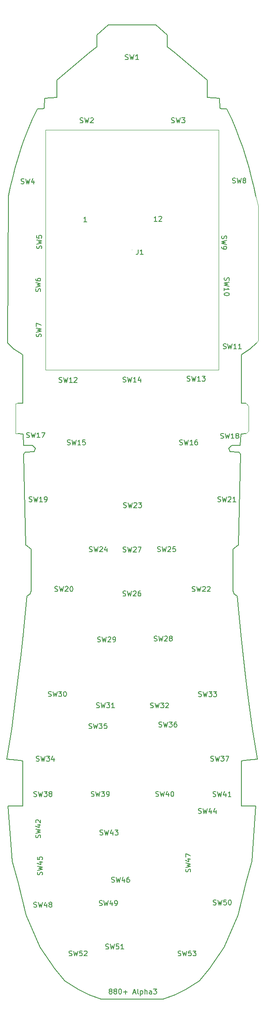
<source format=gbr>
%TF.GenerationSoftware,KiCad,Pcbnew,7.0.2*%
%TF.CreationDate,2024-06-13T20:52:08-04:00*%
%TF.ProjectId,800+,3830302b-2e6b-4696-9361-645f70636258,rev?*%
%TF.SameCoordinates,Original*%
%TF.FileFunction,Legend,Top*%
%TF.FilePolarity,Positive*%
%FSLAX46Y46*%
G04 Gerber Fmt 4.6, Leading zero omitted, Abs format (unit mm)*
G04 Created by KiCad (PCBNEW 7.0.2) date 2024-06-13 20:52:08*
%MOMM*%
%LPD*%
G01*
G04 APERTURE LIST*
%ADD10C,0.150000*%
%ADD11C,0.100000*%
%TA.AperFunction,Profile*%
%ADD12C,0.200000*%
%TD*%
%TA.AperFunction,Profile*%
%ADD13C,0.100000*%
%TD*%
G04 APERTURE END LIST*
D10*
X97220952Y-231926190D02*
X97125714Y-231878571D01*
X97125714Y-231878571D02*
X97078095Y-231830952D01*
X97078095Y-231830952D02*
X97030476Y-231735714D01*
X97030476Y-231735714D02*
X97030476Y-231688095D01*
X97030476Y-231688095D02*
X97078095Y-231592857D01*
X97078095Y-231592857D02*
X97125714Y-231545238D01*
X97125714Y-231545238D02*
X97220952Y-231497619D01*
X97220952Y-231497619D02*
X97411428Y-231497619D01*
X97411428Y-231497619D02*
X97506666Y-231545238D01*
X97506666Y-231545238D02*
X97554285Y-231592857D01*
X97554285Y-231592857D02*
X97601904Y-231688095D01*
X97601904Y-231688095D02*
X97601904Y-231735714D01*
X97601904Y-231735714D02*
X97554285Y-231830952D01*
X97554285Y-231830952D02*
X97506666Y-231878571D01*
X97506666Y-231878571D02*
X97411428Y-231926190D01*
X97411428Y-231926190D02*
X97220952Y-231926190D01*
X97220952Y-231926190D02*
X97125714Y-231973809D01*
X97125714Y-231973809D02*
X97078095Y-232021428D01*
X97078095Y-232021428D02*
X97030476Y-232116666D01*
X97030476Y-232116666D02*
X97030476Y-232307142D01*
X97030476Y-232307142D02*
X97078095Y-232402380D01*
X97078095Y-232402380D02*
X97125714Y-232450000D01*
X97125714Y-232450000D02*
X97220952Y-232497619D01*
X97220952Y-232497619D02*
X97411428Y-232497619D01*
X97411428Y-232497619D02*
X97506666Y-232450000D01*
X97506666Y-232450000D02*
X97554285Y-232402380D01*
X97554285Y-232402380D02*
X97601904Y-232307142D01*
X97601904Y-232307142D02*
X97601904Y-232116666D01*
X97601904Y-232116666D02*
X97554285Y-232021428D01*
X97554285Y-232021428D02*
X97506666Y-231973809D01*
X97506666Y-231973809D02*
X97411428Y-231926190D01*
X98173333Y-231926190D02*
X98078095Y-231878571D01*
X98078095Y-231878571D02*
X98030476Y-231830952D01*
X98030476Y-231830952D02*
X97982857Y-231735714D01*
X97982857Y-231735714D02*
X97982857Y-231688095D01*
X97982857Y-231688095D02*
X98030476Y-231592857D01*
X98030476Y-231592857D02*
X98078095Y-231545238D01*
X98078095Y-231545238D02*
X98173333Y-231497619D01*
X98173333Y-231497619D02*
X98363809Y-231497619D01*
X98363809Y-231497619D02*
X98459047Y-231545238D01*
X98459047Y-231545238D02*
X98506666Y-231592857D01*
X98506666Y-231592857D02*
X98554285Y-231688095D01*
X98554285Y-231688095D02*
X98554285Y-231735714D01*
X98554285Y-231735714D02*
X98506666Y-231830952D01*
X98506666Y-231830952D02*
X98459047Y-231878571D01*
X98459047Y-231878571D02*
X98363809Y-231926190D01*
X98363809Y-231926190D02*
X98173333Y-231926190D01*
X98173333Y-231926190D02*
X98078095Y-231973809D01*
X98078095Y-231973809D02*
X98030476Y-232021428D01*
X98030476Y-232021428D02*
X97982857Y-232116666D01*
X97982857Y-232116666D02*
X97982857Y-232307142D01*
X97982857Y-232307142D02*
X98030476Y-232402380D01*
X98030476Y-232402380D02*
X98078095Y-232450000D01*
X98078095Y-232450000D02*
X98173333Y-232497619D01*
X98173333Y-232497619D02*
X98363809Y-232497619D01*
X98363809Y-232497619D02*
X98459047Y-232450000D01*
X98459047Y-232450000D02*
X98506666Y-232402380D01*
X98506666Y-232402380D02*
X98554285Y-232307142D01*
X98554285Y-232307142D02*
X98554285Y-232116666D01*
X98554285Y-232116666D02*
X98506666Y-232021428D01*
X98506666Y-232021428D02*
X98459047Y-231973809D01*
X98459047Y-231973809D02*
X98363809Y-231926190D01*
X99173333Y-231497619D02*
X99268571Y-231497619D01*
X99268571Y-231497619D02*
X99363809Y-231545238D01*
X99363809Y-231545238D02*
X99411428Y-231592857D01*
X99411428Y-231592857D02*
X99459047Y-231688095D01*
X99459047Y-231688095D02*
X99506666Y-231878571D01*
X99506666Y-231878571D02*
X99506666Y-232116666D01*
X99506666Y-232116666D02*
X99459047Y-232307142D01*
X99459047Y-232307142D02*
X99411428Y-232402380D01*
X99411428Y-232402380D02*
X99363809Y-232450000D01*
X99363809Y-232450000D02*
X99268571Y-232497619D01*
X99268571Y-232497619D02*
X99173333Y-232497619D01*
X99173333Y-232497619D02*
X99078095Y-232450000D01*
X99078095Y-232450000D02*
X99030476Y-232402380D01*
X99030476Y-232402380D02*
X98982857Y-232307142D01*
X98982857Y-232307142D02*
X98935238Y-232116666D01*
X98935238Y-232116666D02*
X98935238Y-231878571D01*
X98935238Y-231878571D02*
X98982857Y-231688095D01*
X98982857Y-231688095D02*
X99030476Y-231592857D01*
X99030476Y-231592857D02*
X99078095Y-231545238D01*
X99078095Y-231545238D02*
X99173333Y-231497619D01*
X99935238Y-232116666D02*
X100697143Y-232116666D01*
X100316190Y-232497619D02*
X100316190Y-231735714D01*
X101887619Y-232211904D02*
X102363809Y-232211904D01*
X101792381Y-232497619D02*
X102125714Y-231497619D01*
X102125714Y-231497619D02*
X102459047Y-232497619D01*
X102935238Y-232497619D02*
X102840000Y-232450000D01*
X102840000Y-232450000D02*
X102792381Y-232354761D01*
X102792381Y-232354761D02*
X102792381Y-231497619D01*
X103316191Y-231830952D02*
X103316191Y-232830952D01*
X103316191Y-231878571D02*
X103411429Y-231830952D01*
X103411429Y-231830952D02*
X103601905Y-231830952D01*
X103601905Y-231830952D02*
X103697143Y-231878571D01*
X103697143Y-231878571D02*
X103744762Y-231926190D01*
X103744762Y-231926190D02*
X103792381Y-232021428D01*
X103792381Y-232021428D02*
X103792381Y-232307142D01*
X103792381Y-232307142D02*
X103744762Y-232402380D01*
X103744762Y-232402380D02*
X103697143Y-232450000D01*
X103697143Y-232450000D02*
X103601905Y-232497619D01*
X103601905Y-232497619D02*
X103411429Y-232497619D01*
X103411429Y-232497619D02*
X103316191Y-232450000D01*
X104220953Y-232497619D02*
X104220953Y-231497619D01*
X104649524Y-232497619D02*
X104649524Y-231973809D01*
X104649524Y-231973809D02*
X104601905Y-231878571D01*
X104601905Y-231878571D02*
X104506667Y-231830952D01*
X104506667Y-231830952D02*
X104363810Y-231830952D01*
X104363810Y-231830952D02*
X104268572Y-231878571D01*
X104268572Y-231878571D02*
X104220953Y-231926190D01*
X105554286Y-232497619D02*
X105554286Y-231973809D01*
X105554286Y-231973809D02*
X105506667Y-231878571D01*
X105506667Y-231878571D02*
X105411429Y-231830952D01*
X105411429Y-231830952D02*
X105220953Y-231830952D01*
X105220953Y-231830952D02*
X105125715Y-231878571D01*
X105554286Y-232450000D02*
X105459048Y-232497619D01*
X105459048Y-232497619D02*
X105220953Y-232497619D01*
X105220953Y-232497619D02*
X105125715Y-232450000D01*
X105125715Y-232450000D02*
X105078096Y-232354761D01*
X105078096Y-232354761D02*
X105078096Y-232259523D01*
X105078096Y-232259523D02*
X105125715Y-232164285D01*
X105125715Y-232164285D02*
X105220953Y-232116666D01*
X105220953Y-232116666D02*
X105459048Y-232116666D01*
X105459048Y-232116666D02*
X105554286Y-232069047D01*
X105935239Y-231497619D02*
X106554286Y-231497619D01*
X106554286Y-231497619D02*
X106220953Y-231878571D01*
X106220953Y-231878571D02*
X106363810Y-231878571D01*
X106363810Y-231878571D02*
X106459048Y-231926190D01*
X106459048Y-231926190D02*
X106506667Y-231973809D01*
X106506667Y-231973809D02*
X106554286Y-232069047D01*
X106554286Y-232069047D02*
X106554286Y-232307142D01*
X106554286Y-232307142D02*
X106506667Y-232402380D01*
X106506667Y-232402380D02*
X106459048Y-232450000D01*
X106459048Y-232450000D02*
X106363810Y-232497619D01*
X106363810Y-232497619D02*
X106078096Y-232497619D01*
X106078096Y-232497619D02*
X105982858Y-232450000D01*
X105982858Y-232450000D02*
X105935239Y-232402380D01*
%TO.C,SW29*%
X94690476Y-161765000D02*
X94833333Y-161812619D01*
X94833333Y-161812619D02*
X95071428Y-161812619D01*
X95071428Y-161812619D02*
X95166666Y-161765000D01*
X95166666Y-161765000D02*
X95214285Y-161717380D01*
X95214285Y-161717380D02*
X95261904Y-161622142D01*
X95261904Y-161622142D02*
X95261904Y-161526904D01*
X95261904Y-161526904D02*
X95214285Y-161431666D01*
X95214285Y-161431666D02*
X95166666Y-161384047D01*
X95166666Y-161384047D02*
X95071428Y-161336428D01*
X95071428Y-161336428D02*
X94880952Y-161288809D01*
X94880952Y-161288809D02*
X94785714Y-161241190D01*
X94785714Y-161241190D02*
X94738095Y-161193571D01*
X94738095Y-161193571D02*
X94690476Y-161098333D01*
X94690476Y-161098333D02*
X94690476Y-161003095D01*
X94690476Y-161003095D02*
X94738095Y-160907857D01*
X94738095Y-160907857D02*
X94785714Y-160860238D01*
X94785714Y-160860238D02*
X94880952Y-160812619D01*
X94880952Y-160812619D02*
X95119047Y-160812619D01*
X95119047Y-160812619D02*
X95261904Y-160860238D01*
X95595238Y-160812619D02*
X95833333Y-161812619D01*
X95833333Y-161812619D02*
X96023809Y-161098333D01*
X96023809Y-161098333D02*
X96214285Y-161812619D01*
X96214285Y-161812619D02*
X96452381Y-160812619D01*
X96785714Y-160907857D02*
X96833333Y-160860238D01*
X96833333Y-160860238D02*
X96928571Y-160812619D01*
X96928571Y-160812619D02*
X97166666Y-160812619D01*
X97166666Y-160812619D02*
X97261904Y-160860238D01*
X97261904Y-160860238D02*
X97309523Y-160907857D01*
X97309523Y-160907857D02*
X97357142Y-161003095D01*
X97357142Y-161003095D02*
X97357142Y-161098333D01*
X97357142Y-161098333D02*
X97309523Y-161241190D01*
X97309523Y-161241190D02*
X96738095Y-161812619D01*
X96738095Y-161812619D02*
X97357142Y-161812619D01*
X97833333Y-161812619D02*
X98023809Y-161812619D01*
X98023809Y-161812619D02*
X98119047Y-161765000D01*
X98119047Y-161765000D02*
X98166666Y-161717380D01*
X98166666Y-161717380D02*
X98261904Y-161574523D01*
X98261904Y-161574523D02*
X98309523Y-161384047D01*
X98309523Y-161384047D02*
X98309523Y-161003095D01*
X98309523Y-161003095D02*
X98261904Y-160907857D01*
X98261904Y-160907857D02*
X98214285Y-160860238D01*
X98214285Y-160860238D02*
X98119047Y-160812619D01*
X98119047Y-160812619D02*
X97928571Y-160812619D01*
X97928571Y-160812619D02*
X97833333Y-160860238D01*
X97833333Y-160860238D02*
X97785714Y-160907857D01*
X97785714Y-160907857D02*
X97738095Y-161003095D01*
X97738095Y-161003095D02*
X97738095Y-161241190D01*
X97738095Y-161241190D02*
X97785714Y-161336428D01*
X97785714Y-161336428D02*
X97833333Y-161384047D01*
X97833333Y-161384047D02*
X97928571Y-161431666D01*
X97928571Y-161431666D02*
X98119047Y-161431666D01*
X98119047Y-161431666D02*
X98214285Y-161384047D01*
X98214285Y-161384047D02*
X98261904Y-161336428D01*
X98261904Y-161336428D02*
X98309523Y-161241190D01*
%TO.C,SW1*%
X100266667Y-44865000D02*
X100409524Y-44912619D01*
X100409524Y-44912619D02*
X100647619Y-44912619D01*
X100647619Y-44912619D02*
X100742857Y-44865000D01*
X100742857Y-44865000D02*
X100790476Y-44817380D01*
X100790476Y-44817380D02*
X100838095Y-44722142D01*
X100838095Y-44722142D02*
X100838095Y-44626904D01*
X100838095Y-44626904D02*
X100790476Y-44531666D01*
X100790476Y-44531666D02*
X100742857Y-44484047D01*
X100742857Y-44484047D02*
X100647619Y-44436428D01*
X100647619Y-44436428D02*
X100457143Y-44388809D01*
X100457143Y-44388809D02*
X100361905Y-44341190D01*
X100361905Y-44341190D02*
X100314286Y-44293571D01*
X100314286Y-44293571D02*
X100266667Y-44198333D01*
X100266667Y-44198333D02*
X100266667Y-44103095D01*
X100266667Y-44103095D02*
X100314286Y-44007857D01*
X100314286Y-44007857D02*
X100361905Y-43960238D01*
X100361905Y-43960238D02*
X100457143Y-43912619D01*
X100457143Y-43912619D02*
X100695238Y-43912619D01*
X100695238Y-43912619D02*
X100838095Y-43960238D01*
X101171429Y-43912619D02*
X101409524Y-44912619D01*
X101409524Y-44912619D02*
X101600000Y-44198333D01*
X101600000Y-44198333D02*
X101790476Y-44912619D01*
X101790476Y-44912619D02*
X102028572Y-43912619D01*
X102933333Y-44912619D02*
X102361905Y-44912619D01*
X102647619Y-44912619D02*
X102647619Y-43912619D01*
X102647619Y-43912619D02*
X102552381Y-44055476D01*
X102552381Y-44055476D02*
X102457143Y-44150714D01*
X102457143Y-44150714D02*
X102361905Y-44198333D01*
%TO.C,SW7*%
X83325000Y-100553332D02*
X83372619Y-100410475D01*
X83372619Y-100410475D02*
X83372619Y-100172380D01*
X83372619Y-100172380D02*
X83325000Y-100077142D01*
X83325000Y-100077142D02*
X83277380Y-100029523D01*
X83277380Y-100029523D02*
X83182142Y-99981904D01*
X83182142Y-99981904D02*
X83086904Y-99981904D01*
X83086904Y-99981904D02*
X82991666Y-100029523D01*
X82991666Y-100029523D02*
X82944047Y-100077142D01*
X82944047Y-100077142D02*
X82896428Y-100172380D01*
X82896428Y-100172380D02*
X82848809Y-100362856D01*
X82848809Y-100362856D02*
X82801190Y-100458094D01*
X82801190Y-100458094D02*
X82753571Y-100505713D01*
X82753571Y-100505713D02*
X82658333Y-100553332D01*
X82658333Y-100553332D02*
X82563095Y-100553332D01*
X82563095Y-100553332D02*
X82467857Y-100505713D01*
X82467857Y-100505713D02*
X82420238Y-100458094D01*
X82420238Y-100458094D02*
X82372619Y-100362856D01*
X82372619Y-100362856D02*
X82372619Y-100124761D01*
X82372619Y-100124761D02*
X82420238Y-99981904D01*
X82372619Y-99648570D02*
X83372619Y-99410475D01*
X83372619Y-99410475D02*
X82658333Y-99219999D01*
X82658333Y-99219999D02*
X83372619Y-99029523D01*
X83372619Y-99029523D02*
X82372619Y-98791428D01*
X82372619Y-98505713D02*
X82372619Y-97839047D01*
X82372619Y-97839047D02*
X83372619Y-98267618D01*
%TO.C,SW26*%
X99780476Y-152565000D02*
X99923333Y-152612619D01*
X99923333Y-152612619D02*
X100161428Y-152612619D01*
X100161428Y-152612619D02*
X100256666Y-152565000D01*
X100256666Y-152565000D02*
X100304285Y-152517380D01*
X100304285Y-152517380D02*
X100351904Y-152422142D01*
X100351904Y-152422142D02*
X100351904Y-152326904D01*
X100351904Y-152326904D02*
X100304285Y-152231666D01*
X100304285Y-152231666D02*
X100256666Y-152184047D01*
X100256666Y-152184047D02*
X100161428Y-152136428D01*
X100161428Y-152136428D02*
X99970952Y-152088809D01*
X99970952Y-152088809D02*
X99875714Y-152041190D01*
X99875714Y-152041190D02*
X99828095Y-151993571D01*
X99828095Y-151993571D02*
X99780476Y-151898333D01*
X99780476Y-151898333D02*
X99780476Y-151803095D01*
X99780476Y-151803095D02*
X99828095Y-151707857D01*
X99828095Y-151707857D02*
X99875714Y-151660238D01*
X99875714Y-151660238D02*
X99970952Y-151612619D01*
X99970952Y-151612619D02*
X100209047Y-151612619D01*
X100209047Y-151612619D02*
X100351904Y-151660238D01*
X100685238Y-151612619D02*
X100923333Y-152612619D01*
X100923333Y-152612619D02*
X101113809Y-151898333D01*
X101113809Y-151898333D02*
X101304285Y-152612619D01*
X101304285Y-152612619D02*
X101542381Y-151612619D01*
X101875714Y-151707857D02*
X101923333Y-151660238D01*
X101923333Y-151660238D02*
X102018571Y-151612619D01*
X102018571Y-151612619D02*
X102256666Y-151612619D01*
X102256666Y-151612619D02*
X102351904Y-151660238D01*
X102351904Y-151660238D02*
X102399523Y-151707857D01*
X102399523Y-151707857D02*
X102447142Y-151803095D01*
X102447142Y-151803095D02*
X102447142Y-151898333D01*
X102447142Y-151898333D02*
X102399523Y-152041190D01*
X102399523Y-152041190D02*
X101828095Y-152612619D01*
X101828095Y-152612619D02*
X102447142Y-152612619D01*
X103304285Y-151612619D02*
X103113809Y-151612619D01*
X103113809Y-151612619D02*
X103018571Y-151660238D01*
X103018571Y-151660238D02*
X102970952Y-151707857D01*
X102970952Y-151707857D02*
X102875714Y-151850714D01*
X102875714Y-151850714D02*
X102828095Y-152041190D01*
X102828095Y-152041190D02*
X102828095Y-152422142D01*
X102828095Y-152422142D02*
X102875714Y-152517380D01*
X102875714Y-152517380D02*
X102923333Y-152565000D01*
X102923333Y-152565000D02*
X103018571Y-152612619D01*
X103018571Y-152612619D02*
X103209047Y-152612619D01*
X103209047Y-152612619D02*
X103304285Y-152565000D01*
X103304285Y-152565000D02*
X103351904Y-152517380D01*
X103351904Y-152517380D02*
X103399523Y-152422142D01*
X103399523Y-152422142D02*
X103399523Y-152184047D01*
X103399523Y-152184047D02*
X103351904Y-152088809D01*
X103351904Y-152088809D02*
X103304285Y-152041190D01*
X103304285Y-152041190D02*
X103209047Y-151993571D01*
X103209047Y-151993571D02*
X103018571Y-151993571D01*
X103018571Y-151993571D02*
X102923333Y-152041190D01*
X102923333Y-152041190D02*
X102875714Y-152088809D01*
X102875714Y-152088809D02*
X102828095Y-152184047D01*
%TO.C,SW17*%
X80440476Y-120755000D02*
X80583333Y-120802619D01*
X80583333Y-120802619D02*
X80821428Y-120802619D01*
X80821428Y-120802619D02*
X80916666Y-120755000D01*
X80916666Y-120755000D02*
X80964285Y-120707380D01*
X80964285Y-120707380D02*
X81011904Y-120612142D01*
X81011904Y-120612142D02*
X81011904Y-120516904D01*
X81011904Y-120516904D02*
X80964285Y-120421666D01*
X80964285Y-120421666D02*
X80916666Y-120374047D01*
X80916666Y-120374047D02*
X80821428Y-120326428D01*
X80821428Y-120326428D02*
X80630952Y-120278809D01*
X80630952Y-120278809D02*
X80535714Y-120231190D01*
X80535714Y-120231190D02*
X80488095Y-120183571D01*
X80488095Y-120183571D02*
X80440476Y-120088333D01*
X80440476Y-120088333D02*
X80440476Y-119993095D01*
X80440476Y-119993095D02*
X80488095Y-119897857D01*
X80488095Y-119897857D02*
X80535714Y-119850238D01*
X80535714Y-119850238D02*
X80630952Y-119802619D01*
X80630952Y-119802619D02*
X80869047Y-119802619D01*
X80869047Y-119802619D02*
X81011904Y-119850238D01*
X81345238Y-119802619D02*
X81583333Y-120802619D01*
X81583333Y-120802619D02*
X81773809Y-120088333D01*
X81773809Y-120088333D02*
X81964285Y-120802619D01*
X81964285Y-120802619D02*
X82202381Y-119802619D01*
X83107142Y-120802619D02*
X82535714Y-120802619D01*
X82821428Y-120802619D02*
X82821428Y-119802619D01*
X82821428Y-119802619D02*
X82726190Y-119945476D01*
X82726190Y-119945476D02*
X82630952Y-120040714D01*
X82630952Y-120040714D02*
X82535714Y-120088333D01*
X83440476Y-119802619D02*
X84107142Y-119802619D01*
X84107142Y-119802619D02*
X83678571Y-120802619D01*
%TO.C,SW14*%
X99800476Y-109605000D02*
X99943333Y-109652619D01*
X99943333Y-109652619D02*
X100181428Y-109652619D01*
X100181428Y-109652619D02*
X100276666Y-109605000D01*
X100276666Y-109605000D02*
X100324285Y-109557380D01*
X100324285Y-109557380D02*
X100371904Y-109462142D01*
X100371904Y-109462142D02*
X100371904Y-109366904D01*
X100371904Y-109366904D02*
X100324285Y-109271666D01*
X100324285Y-109271666D02*
X100276666Y-109224047D01*
X100276666Y-109224047D02*
X100181428Y-109176428D01*
X100181428Y-109176428D02*
X99990952Y-109128809D01*
X99990952Y-109128809D02*
X99895714Y-109081190D01*
X99895714Y-109081190D02*
X99848095Y-109033571D01*
X99848095Y-109033571D02*
X99800476Y-108938333D01*
X99800476Y-108938333D02*
X99800476Y-108843095D01*
X99800476Y-108843095D02*
X99848095Y-108747857D01*
X99848095Y-108747857D02*
X99895714Y-108700238D01*
X99895714Y-108700238D02*
X99990952Y-108652619D01*
X99990952Y-108652619D02*
X100229047Y-108652619D01*
X100229047Y-108652619D02*
X100371904Y-108700238D01*
X100705238Y-108652619D02*
X100943333Y-109652619D01*
X100943333Y-109652619D02*
X101133809Y-108938333D01*
X101133809Y-108938333D02*
X101324285Y-109652619D01*
X101324285Y-109652619D02*
X101562381Y-108652619D01*
X102467142Y-109652619D02*
X101895714Y-109652619D01*
X102181428Y-109652619D02*
X102181428Y-108652619D01*
X102181428Y-108652619D02*
X102086190Y-108795476D01*
X102086190Y-108795476D02*
X101990952Y-108890714D01*
X101990952Y-108890714D02*
X101895714Y-108938333D01*
X103324285Y-108985952D02*
X103324285Y-109652619D01*
X103086190Y-108605000D02*
X102848095Y-109319285D01*
X102848095Y-109319285D02*
X103467142Y-109319285D01*
%TO.C,SW50*%
X117940476Y-214575000D02*
X118083333Y-214622619D01*
X118083333Y-214622619D02*
X118321428Y-214622619D01*
X118321428Y-214622619D02*
X118416666Y-214575000D01*
X118416666Y-214575000D02*
X118464285Y-214527380D01*
X118464285Y-214527380D02*
X118511904Y-214432142D01*
X118511904Y-214432142D02*
X118511904Y-214336904D01*
X118511904Y-214336904D02*
X118464285Y-214241666D01*
X118464285Y-214241666D02*
X118416666Y-214194047D01*
X118416666Y-214194047D02*
X118321428Y-214146428D01*
X118321428Y-214146428D02*
X118130952Y-214098809D01*
X118130952Y-214098809D02*
X118035714Y-214051190D01*
X118035714Y-214051190D02*
X117988095Y-214003571D01*
X117988095Y-214003571D02*
X117940476Y-213908333D01*
X117940476Y-213908333D02*
X117940476Y-213813095D01*
X117940476Y-213813095D02*
X117988095Y-213717857D01*
X117988095Y-213717857D02*
X118035714Y-213670238D01*
X118035714Y-213670238D02*
X118130952Y-213622619D01*
X118130952Y-213622619D02*
X118369047Y-213622619D01*
X118369047Y-213622619D02*
X118511904Y-213670238D01*
X118845238Y-213622619D02*
X119083333Y-214622619D01*
X119083333Y-214622619D02*
X119273809Y-213908333D01*
X119273809Y-213908333D02*
X119464285Y-214622619D01*
X119464285Y-214622619D02*
X119702381Y-213622619D01*
X120559523Y-213622619D02*
X120083333Y-213622619D01*
X120083333Y-213622619D02*
X120035714Y-214098809D01*
X120035714Y-214098809D02*
X120083333Y-214051190D01*
X120083333Y-214051190D02*
X120178571Y-214003571D01*
X120178571Y-214003571D02*
X120416666Y-214003571D01*
X120416666Y-214003571D02*
X120511904Y-214051190D01*
X120511904Y-214051190D02*
X120559523Y-214098809D01*
X120559523Y-214098809D02*
X120607142Y-214194047D01*
X120607142Y-214194047D02*
X120607142Y-214432142D01*
X120607142Y-214432142D02*
X120559523Y-214527380D01*
X120559523Y-214527380D02*
X120511904Y-214575000D01*
X120511904Y-214575000D02*
X120416666Y-214622619D01*
X120416666Y-214622619D02*
X120178571Y-214622619D01*
X120178571Y-214622619D02*
X120083333Y-214575000D01*
X120083333Y-214575000D02*
X120035714Y-214527380D01*
X121226190Y-213622619D02*
X121321428Y-213622619D01*
X121321428Y-213622619D02*
X121416666Y-213670238D01*
X121416666Y-213670238D02*
X121464285Y-213717857D01*
X121464285Y-213717857D02*
X121511904Y-213813095D01*
X121511904Y-213813095D02*
X121559523Y-214003571D01*
X121559523Y-214003571D02*
X121559523Y-214241666D01*
X121559523Y-214241666D02*
X121511904Y-214432142D01*
X121511904Y-214432142D02*
X121464285Y-214527380D01*
X121464285Y-214527380D02*
X121416666Y-214575000D01*
X121416666Y-214575000D02*
X121321428Y-214622619D01*
X121321428Y-214622619D02*
X121226190Y-214622619D01*
X121226190Y-214622619D02*
X121130952Y-214575000D01*
X121130952Y-214575000D02*
X121083333Y-214527380D01*
X121083333Y-214527380D02*
X121035714Y-214432142D01*
X121035714Y-214432142D02*
X120988095Y-214241666D01*
X120988095Y-214241666D02*
X120988095Y-214003571D01*
X120988095Y-214003571D02*
X121035714Y-213813095D01*
X121035714Y-213813095D02*
X121083333Y-213717857D01*
X121083333Y-213717857D02*
X121130952Y-213670238D01*
X121130952Y-213670238D02*
X121226190Y-213622619D01*
%TO.C,SW52*%
X88965476Y-224805000D02*
X89108333Y-224852619D01*
X89108333Y-224852619D02*
X89346428Y-224852619D01*
X89346428Y-224852619D02*
X89441666Y-224805000D01*
X89441666Y-224805000D02*
X89489285Y-224757380D01*
X89489285Y-224757380D02*
X89536904Y-224662142D01*
X89536904Y-224662142D02*
X89536904Y-224566904D01*
X89536904Y-224566904D02*
X89489285Y-224471666D01*
X89489285Y-224471666D02*
X89441666Y-224424047D01*
X89441666Y-224424047D02*
X89346428Y-224376428D01*
X89346428Y-224376428D02*
X89155952Y-224328809D01*
X89155952Y-224328809D02*
X89060714Y-224281190D01*
X89060714Y-224281190D02*
X89013095Y-224233571D01*
X89013095Y-224233571D02*
X88965476Y-224138333D01*
X88965476Y-224138333D02*
X88965476Y-224043095D01*
X88965476Y-224043095D02*
X89013095Y-223947857D01*
X89013095Y-223947857D02*
X89060714Y-223900238D01*
X89060714Y-223900238D02*
X89155952Y-223852619D01*
X89155952Y-223852619D02*
X89394047Y-223852619D01*
X89394047Y-223852619D02*
X89536904Y-223900238D01*
X89870238Y-223852619D02*
X90108333Y-224852619D01*
X90108333Y-224852619D02*
X90298809Y-224138333D01*
X90298809Y-224138333D02*
X90489285Y-224852619D01*
X90489285Y-224852619D02*
X90727381Y-223852619D01*
X91584523Y-223852619D02*
X91108333Y-223852619D01*
X91108333Y-223852619D02*
X91060714Y-224328809D01*
X91060714Y-224328809D02*
X91108333Y-224281190D01*
X91108333Y-224281190D02*
X91203571Y-224233571D01*
X91203571Y-224233571D02*
X91441666Y-224233571D01*
X91441666Y-224233571D02*
X91536904Y-224281190D01*
X91536904Y-224281190D02*
X91584523Y-224328809D01*
X91584523Y-224328809D02*
X91632142Y-224424047D01*
X91632142Y-224424047D02*
X91632142Y-224662142D01*
X91632142Y-224662142D02*
X91584523Y-224757380D01*
X91584523Y-224757380D02*
X91536904Y-224805000D01*
X91536904Y-224805000D02*
X91441666Y-224852619D01*
X91441666Y-224852619D02*
X91203571Y-224852619D01*
X91203571Y-224852619D02*
X91108333Y-224805000D01*
X91108333Y-224805000D02*
X91060714Y-224757380D01*
X92013095Y-223947857D02*
X92060714Y-223900238D01*
X92060714Y-223900238D02*
X92155952Y-223852619D01*
X92155952Y-223852619D02*
X92394047Y-223852619D01*
X92394047Y-223852619D02*
X92489285Y-223900238D01*
X92489285Y-223900238D02*
X92536904Y-223947857D01*
X92536904Y-223947857D02*
X92584523Y-224043095D01*
X92584523Y-224043095D02*
X92584523Y-224138333D01*
X92584523Y-224138333D02*
X92536904Y-224281190D01*
X92536904Y-224281190D02*
X91965476Y-224852619D01*
X91965476Y-224852619D02*
X92584523Y-224852619D01*
%TO.C,SW6*%
X83195000Y-91483332D02*
X83242619Y-91340475D01*
X83242619Y-91340475D02*
X83242619Y-91102380D01*
X83242619Y-91102380D02*
X83195000Y-91007142D01*
X83195000Y-91007142D02*
X83147380Y-90959523D01*
X83147380Y-90959523D02*
X83052142Y-90911904D01*
X83052142Y-90911904D02*
X82956904Y-90911904D01*
X82956904Y-90911904D02*
X82861666Y-90959523D01*
X82861666Y-90959523D02*
X82814047Y-91007142D01*
X82814047Y-91007142D02*
X82766428Y-91102380D01*
X82766428Y-91102380D02*
X82718809Y-91292856D01*
X82718809Y-91292856D02*
X82671190Y-91388094D01*
X82671190Y-91388094D02*
X82623571Y-91435713D01*
X82623571Y-91435713D02*
X82528333Y-91483332D01*
X82528333Y-91483332D02*
X82433095Y-91483332D01*
X82433095Y-91483332D02*
X82337857Y-91435713D01*
X82337857Y-91435713D02*
X82290238Y-91388094D01*
X82290238Y-91388094D02*
X82242619Y-91292856D01*
X82242619Y-91292856D02*
X82242619Y-91054761D01*
X82242619Y-91054761D02*
X82290238Y-90911904D01*
X82242619Y-90578570D02*
X83242619Y-90340475D01*
X83242619Y-90340475D02*
X82528333Y-90149999D01*
X82528333Y-90149999D02*
X83242619Y-89959523D01*
X83242619Y-89959523D02*
X82242619Y-89721428D01*
X82242619Y-88911904D02*
X82242619Y-89102380D01*
X82242619Y-89102380D02*
X82290238Y-89197618D01*
X82290238Y-89197618D02*
X82337857Y-89245237D01*
X82337857Y-89245237D02*
X82480714Y-89340475D01*
X82480714Y-89340475D02*
X82671190Y-89388094D01*
X82671190Y-89388094D02*
X83052142Y-89388094D01*
X83052142Y-89388094D02*
X83147380Y-89340475D01*
X83147380Y-89340475D02*
X83195000Y-89292856D01*
X83195000Y-89292856D02*
X83242619Y-89197618D01*
X83242619Y-89197618D02*
X83242619Y-89007142D01*
X83242619Y-89007142D02*
X83195000Y-88911904D01*
X83195000Y-88911904D02*
X83147380Y-88864285D01*
X83147380Y-88864285D02*
X83052142Y-88816666D01*
X83052142Y-88816666D02*
X82814047Y-88816666D01*
X82814047Y-88816666D02*
X82718809Y-88864285D01*
X82718809Y-88864285D02*
X82671190Y-88911904D01*
X82671190Y-88911904D02*
X82623571Y-89007142D01*
X82623571Y-89007142D02*
X82623571Y-89197618D01*
X82623571Y-89197618D02*
X82671190Y-89292856D01*
X82671190Y-89292856D02*
X82718809Y-89340475D01*
X82718809Y-89340475D02*
X82814047Y-89388094D01*
%TO.C,SW34*%
X82390476Y-185715000D02*
X82533333Y-185762619D01*
X82533333Y-185762619D02*
X82771428Y-185762619D01*
X82771428Y-185762619D02*
X82866666Y-185715000D01*
X82866666Y-185715000D02*
X82914285Y-185667380D01*
X82914285Y-185667380D02*
X82961904Y-185572142D01*
X82961904Y-185572142D02*
X82961904Y-185476904D01*
X82961904Y-185476904D02*
X82914285Y-185381666D01*
X82914285Y-185381666D02*
X82866666Y-185334047D01*
X82866666Y-185334047D02*
X82771428Y-185286428D01*
X82771428Y-185286428D02*
X82580952Y-185238809D01*
X82580952Y-185238809D02*
X82485714Y-185191190D01*
X82485714Y-185191190D02*
X82438095Y-185143571D01*
X82438095Y-185143571D02*
X82390476Y-185048333D01*
X82390476Y-185048333D02*
X82390476Y-184953095D01*
X82390476Y-184953095D02*
X82438095Y-184857857D01*
X82438095Y-184857857D02*
X82485714Y-184810238D01*
X82485714Y-184810238D02*
X82580952Y-184762619D01*
X82580952Y-184762619D02*
X82819047Y-184762619D01*
X82819047Y-184762619D02*
X82961904Y-184810238D01*
X83295238Y-184762619D02*
X83533333Y-185762619D01*
X83533333Y-185762619D02*
X83723809Y-185048333D01*
X83723809Y-185048333D02*
X83914285Y-185762619D01*
X83914285Y-185762619D02*
X84152381Y-184762619D01*
X84438095Y-184762619D02*
X85057142Y-184762619D01*
X85057142Y-184762619D02*
X84723809Y-185143571D01*
X84723809Y-185143571D02*
X84866666Y-185143571D01*
X84866666Y-185143571D02*
X84961904Y-185191190D01*
X84961904Y-185191190D02*
X85009523Y-185238809D01*
X85009523Y-185238809D02*
X85057142Y-185334047D01*
X85057142Y-185334047D02*
X85057142Y-185572142D01*
X85057142Y-185572142D02*
X85009523Y-185667380D01*
X85009523Y-185667380D02*
X84961904Y-185715000D01*
X84961904Y-185715000D02*
X84866666Y-185762619D01*
X84866666Y-185762619D02*
X84580952Y-185762619D01*
X84580952Y-185762619D02*
X84485714Y-185715000D01*
X84485714Y-185715000D02*
X84438095Y-185667380D01*
X85914285Y-185095952D02*
X85914285Y-185762619D01*
X85676190Y-184715000D02*
X85438095Y-185429285D01*
X85438095Y-185429285D02*
X86057142Y-185429285D01*
%TO.C,SW27*%
X99820476Y-143705000D02*
X99963333Y-143752619D01*
X99963333Y-143752619D02*
X100201428Y-143752619D01*
X100201428Y-143752619D02*
X100296666Y-143705000D01*
X100296666Y-143705000D02*
X100344285Y-143657380D01*
X100344285Y-143657380D02*
X100391904Y-143562142D01*
X100391904Y-143562142D02*
X100391904Y-143466904D01*
X100391904Y-143466904D02*
X100344285Y-143371666D01*
X100344285Y-143371666D02*
X100296666Y-143324047D01*
X100296666Y-143324047D02*
X100201428Y-143276428D01*
X100201428Y-143276428D02*
X100010952Y-143228809D01*
X100010952Y-143228809D02*
X99915714Y-143181190D01*
X99915714Y-143181190D02*
X99868095Y-143133571D01*
X99868095Y-143133571D02*
X99820476Y-143038333D01*
X99820476Y-143038333D02*
X99820476Y-142943095D01*
X99820476Y-142943095D02*
X99868095Y-142847857D01*
X99868095Y-142847857D02*
X99915714Y-142800238D01*
X99915714Y-142800238D02*
X100010952Y-142752619D01*
X100010952Y-142752619D02*
X100249047Y-142752619D01*
X100249047Y-142752619D02*
X100391904Y-142800238D01*
X100725238Y-142752619D02*
X100963333Y-143752619D01*
X100963333Y-143752619D02*
X101153809Y-143038333D01*
X101153809Y-143038333D02*
X101344285Y-143752619D01*
X101344285Y-143752619D02*
X101582381Y-142752619D01*
X101915714Y-142847857D02*
X101963333Y-142800238D01*
X101963333Y-142800238D02*
X102058571Y-142752619D01*
X102058571Y-142752619D02*
X102296666Y-142752619D01*
X102296666Y-142752619D02*
X102391904Y-142800238D01*
X102391904Y-142800238D02*
X102439523Y-142847857D01*
X102439523Y-142847857D02*
X102487142Y-142943095D01*
X102487142Y-142943095D02*
X102487142Y-143038333D01*
X102487142Y-143038333D02*
X102439523Y-143181190D01*
X102439523Y-143181190D02*
X101868095Y-143752619D01*
X101868095Y-143752619D02*
X102487142Y-143752619D01*
X102820476Y-142752619D02*
X103487142Y-142752619D01*
X103487142Y-142752619D02*
X103058571Y-143752619D01*
%TO.C,SW30*%
X84810476Y-172735000D02*
X84953333Y-172782619D01*
X84953333Y-172782619D02*
X85191428Y-172782619D01*
X85191428Y-172782619D02*
X85286666Y-172735000D01*
X85286666Y-172735000D02*
X85334285Y-172687380D01*
X85334285Y-172687380D02*
X85381904Y-172592142D01*
X85381904Y-172592142D02*
X85381904Y-172496904D01*
X85381904Y-172496904D02*
X85334285Y-172401666D01*
X85334285Y-172401666D02*
X85286666Y-172354047D01*
X85286666Y-172354047D02*
X85191428Y-172306428D01*
X85191428Y-172306428D02*
X85000952Y-172258809D01*
X85000952Y-172258809D02*
X84905714Y-172211190D01*
X84905714Y-172211190D02*
X84858095Y-172163571D01*
X84858095Y-172163571D02*
X84810476Y-172068333D01*
X84810476Y-172068333D02*
X84810476Y-171973095D01*
X84810476Y-171973095D02*
X84858095Y-171877857D01*
X84858095Y-171877857D02*
X84905714Y-171830238D01*
X84905714Y-171830238D02*
X85000952Y-171782619D01*
X85000952Y-171782619D02*
X85239047Y-171782619D01*
X85239047Y-171782619D02*
X85381904Y-171830238D01*
X85715238Y-171782619D02*
X85953333Y-172782619D01*
X85953333Y-172782619D02*
X86143809Y-172068333D01*
X86143809Y-172068333D02*
X86334285Y-172782619D01*
X86334285Y-172782619D02*
X86572381Y-171782619D01*
X86858095Y-171782619D02*
X87477142Y-171782619D01*
X87477142Y-171782619D02*
X87143809Y-172163571D01*
X87143809Y-172163571D02*
X87286666Y-172163571D01*
X87286666Y-172163571D02*
X87381904Y-172211190D01*
X87381904Y-172211190D02*
X87429523Y-172258809D01*
X87429523Y-172258809D02*
X87477142Y-172354047D01*
X87477142Y-172354047D02*
X87477142Y-172592142D01*
X87477142Y-172592142D02*
X87429523Y-172687380D01*
X87429523Y-172687380D02*
X87381904Y-172735000D01*
X87381904Y-172735000D02*
X87286666Y-172782619D01*
X87286666Y-172782619D02*
X87000952Y-172782619D01*
X87000952Y-172782619D02*
X86905714Y-172735000D01*
X86905714Y-172735000D02*
X86858095Y-172687380D01*
X88096190Y-171782619D02*
X88191428Y-171782619D01*
X88191428Y-171782619D02*
X88286666Y-171830238D01*
X88286666Y-171830238D02*
X88334285Y-171877857D01*
X88334285Y-171877857D02*
X88381904Y-171973095D01*
X88381904Y-171973095D02*
X88429523Y-172163571D01*
X88429523Y-172163571D02*
X88429523Y-172401666D01*
X88429523Y-172401666D02*
X88381904Y-172592142D01*
X88381904Y-172592142D02*
X88334285Y-172687380D01*
X88334285Y-172687380D02*
X88286666Y-172735000D01*
X88286666Y-172735000D02*
X88191428Y-172782619D01*
X88191428Y-172782619D02*
X88096190Y-172782619D01*
X88096190Y-172782619D02*
X88000952Y-172735000D01*
X88000952Y-172735000D02*
X87953333Y-172687380D01*
X87953333Y-172687380D02*
X87905714Y-172592142D01*
X87905714Y-172592142D02*
X87858095Y-172401666D01*
X87858095Y-172401666D02*
X87858095Y-172163571D01*
X87858095Y-172163571D02*
X87905714Y-171973095D01*
X87905714Y-171973095D02*
X87953333Y-171877857D01*
X87953333Y-171877857D02*
X88000952Y-171830238D01*
X88000952Y-171830238D02*
X88096190Y-171782619D01*
%TO.C,SW13*%
X112690476Y-109415000D02*
X112833333Y-109462619D01*
X112833333Y-109462619D02*
X113071428Y-109462619D01*
X113071428Y-109462619D02*
X113166666Y-109415000D01*
X113166666Y-109415000D02*
X113214285Y-109367380D01*
X113214285Y-109367380D02*
X113261904Y-109272142D01*
X113261904Y-109272142D02*
X113261904Y-109176904D01*
X113261904Y-109176904D02*
X113214285Y-109081666D01*
X113214285Y-109081666D02*
X113166666Y-109034047D01*
X113166666Y-109034047D02*
X113071428Y-108986428D01*
X113071428Y-108986428D02*
X112880952Y-108938809D01*
X112880952Y-108938809D02*
X112785714Y-108891190D01*
X112785714Y-108891190D02*
X112738095Y-108843571D01*
X112738095Y-108843571D02*
X112690476Y-108748333D01*
X112690476Y-108748333D02*
X112690476Y-108653095D01*
X112690476Y-108653095D02*
X112738095Y-108557857D01*
X112738095Y-108557857D02*
X112785714Y-108510238D01*
X112785714Y-108510238D02*
X112880952Y-108462619D01*
X112880952Y-108462619D02*
X113119047Y-108462619D01*
X113119047Y-108462619D02*
X113261904Y-108510238D01*
X113595238Y-108462619D02*
X113833333Y-109462619D01*
X113833333Y-109462619D02*
X114023809Y-108748333D01*
X114023809Y-108748333D02*
X114214285Y-109462619D01*
X114214285Y-109462619D02*
X114452381Y-108462619D01*
X115357142Y-109462619D02*
X114785714Y-109462619D01*
X115071428Y-109462619D02*
X115071428Y-108462619D01*
X115071428Y-108462619D02*
X114976190Y-108605476D01*
X114976190Y-108605476D02*
X114880952Y-108700714D01*
X114880952Y-108700714D02*
X114785714Y-108748333D01*
X115690476Y-108462619D02*
X116309523Y-108462619D01*
X116309523Y-108462619D02*
X115976190Y-108843571D01*
X115976190Y-108843571D02*
X116119047Y-108843571D01*
X116119047Y-108843571D02*
X116214285Y-108891190D01*
X116214285Y-108891190D02*
X116261904Y-108938809D01*
X116261904Y-108938809D02*
X116309523Y-109034047D01*
X116309523Y-109034047D02*
X116309523Y-109272142D01*
X116309523Y-109272142D02*
X116261904Y-109367380D01*
X116261904Y-109367380D02*
X116214285Y-109415000D01*
X116214285Y-109415000D02*
X116119047Y-109462619D01*
X116119047Y-109462619D02*
X115833333Y-109462619D01*
X115833333Y-109462619D02*
X115738095Y-109415000D01*
X115738095Y-109415000D02*
X115690476Y-109367380D01*
%TO.C,SW46*%
X97510476Y-210005000D02*
X97653333Y-210052619D01*
X97653333Y-210052619D02*
X97891428Y-210052619D01*
X97891428Y-210052619D02*
X97986666Y-210005000D01*
X97986666Y-210005000D02*
X98034285Y-209957380D01*
X98034285Y-209957380D02*
X98081904Y-209862142D01*
X98081904Y-209862142D02*
X98081904Y-209766904D01*
X98081904Y-209766904D02*
X98034285Y-209671666D01*
X98034285Y-209671666D02*
X97986666Y-209624047D01*
X97986666Y-209624047D02*
X97891428Y-209576428D01*
X97891428Y-209576428D02*
X97700952Y-209528809D01*
X97700952Y-209528809D02*
X97605714Y-209481190D01*
X97605714Y-209481190D02*
X97558095Y-209433571D01*
X97558095Y-209433571D02*
X97510476Y-209338333D01*
X97510476Y-209338333D02*
X97510476Y-209243095D01*
X97510476Y-209243095D02*
X97558095Y-209147857D01*
X97558095Y-209147857D02*
X97605714Y-209100238D01*
X97605714Y-209100238D02*
X97700952Y-209052619D01*
X97700952Y-209052619D02*
X97939047Y-209052619D01*
X97939047Y-209052619D02*
X98081904Y-209100238D01*
X98415238Y-209052619D02*
X98653333Y-210052619D01*
X98653333Y-210052619D02*
X98843809Y-209338333D01*
X98843809Y-209338333D02*
X99034285Y-210052619D01*
X99034285Y-210052619D02*
X99272381Y-209052619D01*
X100081904Y-209385952D02*
X100081904Y-210052619D01*
X99843809Y-209005000D02*
X99605714Y-209719285D01*
X99605714Y-209719285D02*
X100224761Y-209719285D01*
X101034285Y-209052619D02*
X100843809Y-209052619D01*
X100843809Y-209052619D02*
X100748571Y-209100238D01*
X100748571Y-209100238D02*
X100700952Y-209147857D01*
X100700952Y-209147857D02*
X100605714Y-209290714D01*
X100605714Y-209290714D02*
X100558095Y-209481190D01*
X100558095Y-209481190D02*
X100558095Y-209862142D01*
X100558095Y-209862142D02*
X100605714Y-209957380D01*
X100605714Y-209957380D02*
X100653333Y-210005000D01*
X100653333Y-210005000D02*
X100748571Y-210052619D01*
X100748571Y-210052619D02*
X100939047Y-210052619D01*
X100939047Y-210052619D02*
X101034285Y-210005000D01*
X101034285Y-210005000D02*
X101081904Y-209957380D01*
X101081904Y-209957380D02*
X101129523Y-209862142D01*
X101129523Y-209862142D02*
X101129523Y-209624047D01*
X101129523Y-209624047D02*
X101081904Y-209528809D01*
X101081904Y-209528809D02*
X101034285Y-209481190D01*
X101034285Y-209481190D02*
X100939047Y-209433571D01*
X100939047Y-209433571D02*
X100748571Y-209433571D01*
X100748571Y-209433571D02*
X100653333Y-209481190D01*
X100653333Y-209481190D02*
X100605714Y-209528809D01*
X100605714Y-209528809D02*
X100558095Y-209624047D01*
%TO.C,SW15*%
X88620476Y-122215000D02*
X88763333Y-122262619D01*
X88763333Y-122262619D02*
X89001428Y-122262619D01*
X89001428Y-122262619D02*
X89096666Y-122215000D01*
X89096666Y-122215000D02*
X89144285Y-122167380D01*
X89144285Y-122167380D02*
X89191904Y-122072142D01*
X89191904Y-122072142D02*
X89191904Y-121976904D01*
X89191904Y-121976904D02*
X89144285Y-121881666D01*
X89144285Y-121881666D02*
X89096666Y-121834047D01*
X89096666Y-121834047D02*
X89001428Y-121786428D01*
X89001428Y-121786428D02*
X88810952Y-121738809D01*
X88810952Y-121738809D02*
X88715714Y-121691190D01*
X88715714Y-121691190D02*
X88668095Y-121643571D01*
X88668095Y-121643571D02*
X88620476Y-121548333D01*
X88620476Y-121548333D02*
X88620476Y-121453095D01*
X88620476Y-121453095D02*
X88668095Y-121357857D01*
X88668095Y-121357857D02*
X88715714Y-121310238D01*
X88715714Y-121310238D02*
X88810952Y-121262619D01*
X88810952Y-121262619D02*
X89049047Y-121262619D01*
X89049047Y-121262619D02*
X89191904Y-121310238D01*
X89525238Y-121262619D02*
X89763333Y-122262619D01*
X89763333Y-122262619D02*
X89953809Y-121548333D01*
X89953809Y-121548333D02*
X90144285Y-122262619D01*
X90144285Y-122262619D02*
X90382381Y-121262619D01*
X91287142Y-122262619D02*
X90715714Y-122262619D01*
X91001428Y-122262619D02*
X91001428Y-121262619D01*
X91001428Y-121262619D02*
X90906190Y-121405476D01*
X90906190Y-121405476D02*
X90810952Y-121500714D01*
X90810952Y-121500714D02*
X90715714Y-121548333D01*
X92191904Y-121262619D02*
X91715714Y-121262619D01*
X91715714Y-121262619D02*
X91668095Y-121738809D01*
X91668095Y-121738809D02*
X91715714Y-121691190D01*
X91715714Y-121691190D02*
X91810952Y-121643571D01*
X91810952Y-121643571D02*
X92049047Y-121643571D01*
X92049047Y-121643571D02*
X92144285Y-121691190D01*
X92144285Y-121691190D02*
X92191904Y-121738809D01*
X92191904Y-121738809D02*
X92239523Y-121834047D01*
X92239523Y-121834047D02*
X92239523Y-122072142D01*
X92239523Y-122072142D02*
X92191904Y-122167380D01*
X92191904Y-122167380D02*
X92144285Y-122215000D01*
X92144285Y-122215000D02*
X92049047Y-122262619D01*
X92049047Y-122262619D02*
X91810952Y-122262619D01*
X91810952Y-122262619D02*
X91715714Y-122215000D01*
X91715714Y-122215000D02*
X91668095Y-122167380D01*
%TO.C,SW44*%
X114960476Y-196195000D02*
X115103333Y-196242619D01*
X115103333Y-196242619D02*
X115341428Y-196242619D01*
X115341428Y-196242619D02*
X115436666Y-196195000D01*
X115436666Y-196195000D02*
X115484285Y-196147380D01*
X115484285Y-196147380D02*
X115531904Y-196052142D01*
X115531904Y-196052142D02*
X115531904Y-195956904D01*
X115531904Y-195956904D02*
X115484285Y-195861666D01*
X115484285Y-195861666D02*
X115436666Y-195814047D01*
X115436666Y-195814047D02*
X115341428Y-195766428D01*
X115341428Y-195766428D02*
X115150952Y-195718809D01*
X115150952Y-195718809D02*
X115055714Y-195671190D01*
X115055714Y-195671190D02*
X115008095Y-195623571D01*
X115008095Y-195623571D02*
X114960476Y-195528333D01*
X114960476Y-195528333D02*
X114960476Y-195433095D01*
X114960476Y-195433095D02*
X115008095Y-195337857D01*
X115008095Y-195337857D02*
X115055714Y-195290238D01*
X115055714Y-195290238D02*
X115150952Y-195242619D01*
X115150952Y-195242619D02*
X115389047Y-195242619D01*
X115389047Y-195242619D02*
X115531904Y-195290238D01*
X115865238Y-195242619D02*
X116103333Y-196242619D01*
X116103333Y-196242619D02*
X116293809Y-195528333D01*
X116293809Y-195528333D02*
X116484285Y-196242619D01*
X116484285Y-196242619D02*
X116722381Y-195242619D01*
X117531904Y-195575952D02*
X117531904Y-196242619D01*
X117293809Y-195195000D02*
X117055714Y-195909285D01*
X117055714Y-195909285D02*
X117674761Y-195909285D01*
X118484285Y-195575952D02*
X118484285Y-196242619D01*
X118246190Y-195195000D02*
X118008095Y-195909285D01*
X118008095Y-195909285D02*
X118627142Y-195909285D01*
%TO.C,SW24*%
X93050476Y-143675000D02*
X93193333Y-143722619D01*
X93193333Y-143722619D02*
X93431428Y-143722619D01*
X93431428Y-143722619D02*
X93526666Y-143675000D01*
X93526666Y-143675000D02*
X93574285Y-143627380D01*
X93574285Y-143627380D02*
X93621904Y-143532142D01*
X93621904Y-143532142D02*
X93621904Y-143436904D01*
X93621904Y-143436904D02*
X93574285Y-143341666D01*
X93574285Y-143341666D02*
X93526666Y-143294047D01*
X93526666Y-143294047D02*
X93431428Y-143246428D01*
X93431428Y-143246428D02*
X93240952Y-143198809D01*
X93240952Y-143198809D02*
X93145714Y-143151190D01*
X93145714Y-143151190D02*
X93098095Y-143103571D01*
X93098095Y-143103571D02*
X93050476Y-143008333D01*
X93050476Y-143008333D02*
X93050476Y-142913095D01*
X93050476Y-142913095D02*
X93098095Y-142817857D01*
X93098095Y-142817857D02*
X93145714Y-142770238D01*
X93145714Y-142770238D02*
X93240952Y-142722619D01*
X93240952Y-142722619D02*
X93479047Y-142722619D01*
X93479047Y-142722619D02*
X93621904Y-142770238D01*
X93955238Y-142722619D02*
X94193333Y-143722619D01*
X94193333Y-143722619D02*
X94383809Y-143008333D01*
X94383809Y-143008333D02*
X94574285Y-143722619D01*
X94574285Y-143722619D02*
X94812381Y-142722619D01*
X95145714Y-142817857D02*
X95193333Y-142770238D01*
X95193333Y-142770238D02*
X95288571Y-142722619D01*
X95288571Y-142722619D02*
X95526666Y-142722619D01*
X95526666Y-142722619D02*
X95621904Y-142770238D01*
X95621904Y-142770238D02*
X95669523Y-142817857D01*
X95669523Y-142817857D02*
X95717142Y-142913095D01*
X95717142Y-142913095D02*
X95717142Y-143008333D01*
X95717142Y-143008333D02*
X95669523Y-143151190D01*
X95669523Y-143151190D02*
X95098095Y-143722619D01*
X95098095Y-143722619D02*
X95717142Y-143722619D01*
X96574285Y-143055952D02*
X96574285Y-143722619D01*
X96336190Y-142675000D02*
X96098095Y-143389285D01*
X96098095Y-143389285D02*
X96717142Y-143389285D01*
%TO.C,SW35*%
X92950476Y-179165000D02*
X93093333Y-179212619D01*
X93093333Y-179212619D02*
X93331428Y-179212619D01*
X93331428Y-179212619D02*
X93426666Y-179165000D01*
X93426666Y-179165000D02*
X93474285Y-179117380D01*
X93474285Y-179117380D02*
X93521904Y-179022142D01*
X93521904Y-179022142D02*
X93521904Y-178926904D01*
X93521904Y-178926904D02*
X93474285Y-178831666D01*
X93474285Y-178831666D02*
X93426666Y-178784047D01*
X93426666Y-178784047D02*
X93331428Y-178736428D01*
X93331428Y-178736428D02*
X93140952Y-178688809D01*
X93140952Y-178688809D02*
X93045714Y-178641190D01*
X93045714Y-178641190D02*
X92998095Y-178593571D01*
X92998095Y-178593571D02*
X92950476Y-178498333D01*
X92950476Y-178498333D02*
X92950476Y-178403095D01*
X92950476Y-178403095D02*
X92998095Y-178307857D01*
X92998095Y-178307857D02*
X93045714Y-178260238D01*
X93045714Y-178260238D02*
X93140952Y-178212619D01*
X93140952Y-178212619D02*
X93379047Y-178212619D01*
X93379047Y-178212619D02*
X93521904Y-178260238D01*
X93855238Y-178212619D02*
X94093333Y-179212619D01*
X94093333Y-179212619D02*
X94283809Y-178498333D01*
X94283809Y-178498333D02*
X94474285Y-179212619D01*
X94474285Y-179212619D02*
X94712381Y-178212619D01*
X94998095Y-178212619D02*
X95617142Y-178212619D01*
X95617142Y-178212619D02*
X95283809Y-178593571D01*
X95283809Y-178593571D02*
X95426666Y-178593571D01*
X95426666Y-178593571D02*
X95521904Y-178641190D01*
X95521904Y-178641190D02*
X95569523Y-178688809D01*
X95569523Y-178688809D02*
X95617142Y-178784047D01*
X95617142Y-178784047D02*
X95617142Y-179022142D01*
X95617142Y-179022142D02*
X95569523Y-179117380D01*
X95569523Y-179117380D02*
X95521904Y-179165000D01*
X95521904Y-179165000D02*
X95426666Y-179212619D01*
X95426666Y-179212619D02*
X95140952Y-179212619D01*
X95140952Y-179212619D02*
X95045714Y-179165000D01*
X95045714Y-179165000D02*
X94998095Y-179117380D01*
X96521904Y-178212619D02*
X96045714Y-178212619D01*
X96045714Y-178212619D02*
X95998095Y-178688809D01*
X95998095Y-178688809D02*
X96045714Y-178641190D01*
X96045714Y-178641190D02*
X96140952Y-178593571D01*
X96140952Y-178593571D02*
X96379047Y-178593571D01*
X96379047Y-178593571D02*
X96474285Y-178641190D01*
X96474285Y-178641190D02*
X96521904Y-178688809D01*
X96521904Y-178688809D02*
X96569523Y-178784047D01*
X96569523Y-178784047D02*
X96569523Y-179022142D01*
X96569523Y-179022142D02*
X96521904Y-179117380D01*
X96521904Y-179117380D02*
X96474285Y-179165000D01*
X96474285Y-179165000D02*
X96379047Y-179212619D01*
X96379047Y-179212619D02*
X96140952Y-179212619D01*
X96140952Y-179212619D02*
X96045714Y-179165000D01*
X96045714Y-179165000D02*
X95998095Y-179117380D01*
%TO.C,SW33*%
X114995476Y-172745000D02*
X115138333Y-172792619D01*
X115138333Y-172792619D02*
X115376428Y-172792619D01*
X115376428Y-172792619D02*
X115471666Y-172745000D01*
X115471666Y-172745000D02*
X115519285Y-172697380D01*
X115519285Y-172697380D02*
X115566904Y-172602142D01*
X115566904Y-172602142D02*
X115566904Y-172506904D01*
X115566904Y-172506904D02*
X115519285Y-172411666D01*
X115519285Y-172411666D02*
X115471666Y-172364047D01*
X115471666Y-172364047D02*
X115376428Y-172316428D01*
X115376428Y-172316428D02*
X115185952Y-172268809D01*
X115185952Y-172268809D02*
X115090714Y-172221190D01*
X115090714Y-172221190D02*
X115043095Y-172173571D01*
X115043095Y-172173571D02*
X114995476Y-172078333D01*
X114995476Y-172078333D02*
X114995476Y-171983095D01*
X114995476Y-171983095D02*
X115043095Y-171887857D01*
X115043095Y-171887857D02*
X115090714Y-171840238D01*
X115090714Y-171840238D02*
X115185952Y-171792619D01*
X115185952Y-171792619D02*
X115424047Y-171792619D01*
X115424047Y-171792619D02*
X115566904Y-171840238D01*
X115900238Y-171792619D02*
X116138333Y-172792619D01*
X116138333Y-172792619D02*
X116328809Y-172078333D01*
X116328809Y-172078333D02*
X116519285Y-172792619D01*
X116519285Y-172792619D02*
X116757381Y-171792619D01*
X117043095Y-171792619D02*
X117662142Y-171792619D01*
X117662142Y-171792619D02*
X117328809Y-172173571D01*
X117328809Y-172173571D02*
X117471666Y-172173571D01*
X117471666Y-172173571D02*
X117566904Y-172221190D01*
X117566904Y-172221190D02*
X117614523Y-172268809D01*
X117614523Y-172268809D02*
X117662142Y-172364047D01*
X117662142Y-172364047D02*
X117662142Y-172602142D01*
X117662142Y-172602142D02*
X117614523Y-172697380D01*
X117614523Y-172697380D02*
X117566904Y-172745000D01*
X117566904Y-172745000D02*
X117471666Y-172792619D01*
X117471666Y-172792619D02*
X117185952Y-172792619D01*
X117185952Y-172792619D02*
X117090714Y-172745000D01*
X117090714Y-172745000D02*
X117043095Y-172697380D01*
X117995476Y-171792619D02*
X118614523Y-171792619D01*
X118614523Y-171792619D02*
X118281190Y-172173571D01*
X118281190Y-172173571D02*
X118424047Y-172173571D01*
X118424047Y-172173571D02*
X118519285Y-172221190D01*
X118519285Y-172221190D02*
X118566904Y-172268809D01*
X118566904Y-172268809D02*
X118614523Y-172364047D01*
X118614523Y-172364047D02*
X118614523Y-172602142D01*
X118614523Y-172602142D02*
X118566904Y-172697380D01*
X118566904Y-172697380D02*
X118519285Y-172745000D01*
X118519285Y-172745000D02*
X118424047Y-172792619D01*
X118424047Y-172792619D02*
X118138333Y-172792619D01*
X118138333Y-172792619D02*
X118043095Y-172745000D01*
X118043095Y-172745000D02*
X117995476Y-172697380D01*
%TO.C,SW21*%
X118855476Y-133625000D02*
X118998333Y-133672619D01*
X118998333Y-133672619D02*
X119236428Y-133672619D01*
X119236428Y-133672619D02*
X119331666Y-133625000D01*
X119331666Y-133625000D02*
X119379285Y-133577380D01*
X119379285Y-133577380D02*
X119426904Y-133482142D01*
X119426904Y-133482142D02*
X119426904Y-133386904D01*
X119426904Y-133386904D02*
X119379285Y-133291666D01*
X119379285Y-133291666D02*
X119331666Y-133244047D01*
X119331666Y-133244047D02*
X119236428Y-133196428D01*
X119236428Y-133196428D02*
X119045952Y-133148809D01*
X119045952Y-133148809D02*
X118950714Y-133101190D01*
X118950714Y-133101190D02*
X118903095Y-133053571D01*
X118903095Y-133053571D02*
X118855476Y-132958333D01*
X118855476Y-132958333D02*
X118855476Y-132863095D01*
X118855476Y-132863095D02*
X118903095Y-132767857D01*
X118903095Y-132767857D02*
X118950714Y-132720238D01*
X118950714Y-132720238D02*
X119045952Y-132672619D01*
X119045952Y-132672619D02*
X119284047Y-132672619D01*
X119284047Y-132672619D02*
X119426904Y-132720238D01*
X119760238Y-132672619D02*
X119998333Y-133672619D01*
X119998333Y-133672619D02*
X120188809Y-132958333D01*
X120188809Y-132958333D02*
X120379285Y-133672619D01*
X120379285Y-133672619D02*
X120617381Y-132672619D01*
X120950714Y-132767857D02*
X120998333Y-132720238D01*
X120998333Y-132720238D02*
X121093571Y-132672619D01*
X121093571Y-132672619D02*
X121331666Y-132672619D01*
X121331666Y-132672619D02*
X121426904Y-132720238D01*
X121426904Y-132720238D02*
X121474523Y-132767857D01*
X121474523Y-132767857D02*
X121522142Y-132863095D01*
X121522142Y-132863095D02*
X121522142Y-132958333D01*
X121522142Y-132958333D02*
X121474523Y-133101190D01*
X121474523Y-133101190D02*
X120903095Y-133672619D01*
X120903095Y-133672619D02*
X121522142Y-133672619D01*
X122474523Y-133672619D02*
X121903095Y-133672619D01*
X122188809Y-133672619D02*
X122188809Y-132672619D01*
X122188809Y-132672619D02*
X122093571Y-132815476D01*
X122093571Y-132815476D02*
X121998333Y-132910714D01*
X121998333Y-132910714D02*
X121903095Y-132958333D01*
%TO.C,SW38*%
X81900476Y-192815000D02*
X82043333Y-192862619D01*
X82043333Y-192862619D02*
X82281428Y-192862619D01*
X82281428Y-192862619D02*
X82376666Y-192815000D01*
X82376666Y-192815000D02*
X82424285Y-192767380D01*
X82424285Y-192767380D02*
X82471904Y-192672142D01*
X82471904Y-192672142D02*
X82471904Y-192576904D01*
X82471904Y-192576904D02*
X82424285Y-192481666D01*
X82424285Y-192481666D02*
X82376666Y-192434047D01*
X82376666Y-192434047D02*
X82281428Y-192386428D01*
X82281428Y-192386428D02*
X82090952Y-192338809D01*
X82090952Y-192338809D02*
X81995714Y-192291190D01*
X81995714Y-192291190D02*
X81948095Y-192243571D01*
X81948095Y-192243571D02*
X81900476Y-192148333D01*
X81900476Y-192148333D02*
X81900476Y-192053095D01*
X81900476Y-192053095D02*
X81948095Y-191957857D01*
X81948095Y-191957857D02*
X81995714Y-191910238D01*
X81995714Y-191910238D02*
X82090952Y-191862619D01*
X82090952Y-191862619D02*
X82329047Y-191862619D01*
X82329047Y-191862619D02*
X82471904Y-191910238D01*
X82805238Y-191862619D02*
X83043333Y-192862619D01*
X83043333Y-192862619D02*
X83233809Y-192148333D01*
X83233809Y-192148333D02*
X83424285Y-192862619D01*
X83424285Y-192862619D02*
X83662381Y-191862619D01*
X83948095Y-191862619D02*
X84567142Y-191862619D01*
X84567142Y-191862619D02*
X84233809Y-192243571D01*
X84233809Y-192243571D02*
X84376666Y-192243571D01*
X84376666Y-192243571D02*
X84471904Y-192291190D01*
X84471904Y-192291190D02*
X84519523Y-192338809D01*
X84519523Y-192338809D02*
X84567142Y-192434047D01*
X84567142Y-192434047D02*
X84567142Y-192672142D01*
X84567142Y-192672142D02*
X84519523Y-192767380D01*
X84519523Y-192767380D02*
X84471904Y-192815000D01*
X84471904Y-192815000D02*
X84376666Y-192862619D01*
X84376666Y-192862619D02*
X84090952Y-192862619D01*
X84090952Y-192862619D02*
X83995714Y-192815000D01*
X83995714Y-192815000D02*
X83948095Y-192767380D01*
X85138571Y-192291190D02*
X85043333Y-192243571D01*
X85043333Y-192243571D02*
X84995714Y-192195952D01*
X84995714Y-192195952D02*
X84948095Y-192100714D01*
X84948095Y-192100714D02*
X84948095Y-192053095D01*
X84948095Y-192053095D02*
X84995714Y-191957857D01*
X84995714Y-191957857D02*
X85043333Y-191910238D01*
X85043333Y-191910238D02*
X85138571Y-191862619D01*
X85138571Y-191862619D02*
X85329047Y-191862619D01*
X85329047Y-191862619D02*
X85424285Y-191910238D01*
X85424285Y-191910238D02*
X85471904Y-191957857D01*
X85471904Y-191957857D02*
X85519523Y-192053095D01*
X85519523Y-192053095D02*
X85519523Y-192100714D01*
X85519523Y-192100714D02*
X85471904Y-192195952D01*
X85471904Y-192195952D02*
X85424285Y-192243571D01*
X85424285Y-192243571D02*
X85329047Y-192291190D01*
X85329047Y-192291190D02*
X85138571Y-192291190D01*
X85138571Y-192291190D02*
X85043333Y-192338809D01*
X85043333Y-192338809D02*
X84995714Y-192386428D01*
X84995714Y-192386428D02*
X84948095Y-192481666D01*
X84948095Y-192481666D02*
X84948095Y-192672142D01*
X84948095Y-192672142D02*
X84995714Y-192767380D01*
X84995714Y-192767380D02*
X85043333Y-192815000D01*
X85043333Y-192815000D02*
X85138571Y-192862619D01*
X85138571Y-192862619D02*
X85329047Y-192862619D01*
X85329047Y-192862619D02*
X85424285Y-192815000D01*
X85424285Y-192815000D02*
X85471904Y-192767380D01*
X85471904Y-192767380D02*
X85519523Y-192672142D01*
X85519523Y-192672142D02*
X85519523Y-192481666D01*
X85519523Y-192481666D02*
X85471904Y-192386428D01*
X85471904Y-192386428D02*
X85424285Y-192338809D01*
X85424285Y-192338809D02*
X85329047Y-192291190D01*
%TO.C,SW2*%
X91191667Y-57565000D02*
X91334524Y-57612619D01*
X91334524Y-57612619D02*
X91572619Y-57612619D01*
X91572619Y-57612619D02*
X91667857Y-57565000D01*
X91667857Y-57565000D02*
X91715476Y-57517380D01*
X91715476Y-57517380D02*
X91763095Y-57422142D01*
X91763095Y-57422142D02*
X91763095Y-57326904D01*
X91763095Y-57326904D02*
X91715476Y-57231666D01*
X91715476Y-57231666D02*
X91667857Y-57184047D01*
X91667857Y-57184047D02*
X91572619Y-57136428D01*
X91572619Y-57136428D02*
X91382143Y-57088809D01*
X91382143Y-57088809D02*
X91286905Y-57041190D01*
X91286905Y-57041190D02*
X91239286Y-56993571D01*
X91239286Y-56993571D02*
X91191667Y-56898333D01*
X91191667Y-56898333D02*
X91191667Y-56803095D01*
X91191667Y-56803095D02*
X91239286Y-56707857D01*
X91239286Y-56707857D02*
X91286905Y-56660238D01*
X91286905Y-56660238D02*
X91382143Y-56612619D01*
X91382143Y-56612619D02*
X91620238Y-56612619D01*
X91620238Y-56612619D02*
X91763095Y-56660238D01*
X92096429Y-56612619D02*
X92334524Y-57612619D01*
X92334524Y-57612619D02*
X92525000Y-56898333D01*
X92525000Y-56898333D02*
X92715476Y-57612619D01*
X92715476Y-57612619D02*
X92953572Y-56612619D01*
X93286905Y-56707857D02*
X93334524Y-56660238D01*
X93334524Y-56660238D02*
X93429762Y-56612619D01*
X93429762Y-56612619D02*
X93667857Y-56612619D01*
X93667857Y-56612619D02*
X93763095Y-56660238D01*
X93763095Y-56660238D02*
X93810714Y-56707857D01*
X93810714Y-56707857D02*
X93858333Y-56803095D01*
X93858333Y-56803095D02*
X93858333Y-56898333D01*
X93858333Y-56898333D02*
X93810714Y-57041190D01*
X93810714Y-57041190D02*
X93239286Y-57612619D01*
X93239286Y-57612619D02*
X93858333Y-57612619D01*
%TO.C,SW45*%
X83555000Y-208599523D02*
X83602619Y-208456666D01*
X83602619Y-208456666D02*
X83602619Y-208218571D01*
X83602619Y-208218571D02*
X83555000Y-208123333D01*
X83555000Y-208123333D02*
X83507380Y-208075714D01*
X83507380Y-208075714D02*
X83412142Y-208028095D01*
X83412142Y-208028095D02*
X83316904Y-208028095D01*
X83316904Y-208028095D02*
X83221666Y-208075714D01*
X83221666Y-208075714D02*
X83174047Y-208123333D01*
X83174047Y-208123333D02*
X83126428Y-208218571D01*
X83126428Y-208218571D02*
X83078809Y-208409047D01*
X83078809Y-208409047D02*
X83031190Y-208504285D01*
X83031190Y-208504285D02*
X82983571Y-208551904D01*
X82983571Y-208551904D02*
X82888333Y-208599523D01*
X82888333Y-208599523D02*
X82793095Y-208599523D01*
X82793095Y-208599523D02*
X82697857Y-208551904D01*
X82697857Y-208551904D02*
X82650238Y-208504285D01*
X82650238Y-208504285D02*
X82602619Y-208409047D01*
X82602619Y-208409047D02*
X82602619Y-208170952D01*
X82602619Y-208170952D02*
X82650238Y-208028095D01*
X82602619Y-207694761D02*
X83602619Y-207456666D01*
X83602619Y-207456666D02*
X82888333Y-207266190D01*
X82888333Y-207266190D02*
X83602619Y-207075714D01*
X83602619Y-207075714D02*
X82602619Y-206837619D01*
X82935952Y-206028095D02*
X83602619Y-206028095D01*
X82555000Y-206266190D02*
X83269285Y-206504285D01*
X83269285Y-206504285D02*
X83269285Y-205885238D01*
X82602619Y-205028095D02*
X82602619Y-205504285D01*
X82602619Y-205504285D02*
X83078809Y-205551904D01*
X83078809Y-205551904D02*
X83031190Y-205504285D01*
X83031190Y-205504285D02*
X82983571Y-205409047D01*
X82983571Y-205409047D02*
X82983571Y-205170952D01*
X82983571Y-205170952D02*
X83031190Y-205075714D01*
X83031190Y-205075714D02*
X83078809Y-205028095D01*
X83078809Y-205028095D02*
X83174047Y-204980476D01*
X83174047Y-204980476D02*
X83412142Y-204980476D01*
X83412142Y-204980476D02*
X83507380Y-205028095D01*
X83507380Y-205028095D02*
X83555000Y-205075714D01*
X83555000Y-205075714D02*
X83602619Y-205170952D01*
X83602619Y-205170952D02*
X83602619Y-205409047D01*
X83602619Y-205409047D02*
X83555000Y-205504285D01*
X83555000Y-205504285D02*
X83507380Y-205551904D01*
%TO.C,SW48*%
X81890476Y-215035000D02*
X82033333Y-215082619D01*
X82033333Y-215082619D02*
X82271428Y-215082619D01*
X82271428Y-215082619D02*
X82366666Y-215035000D01*
X82366666Y-215035000D02*
X82414285Y-214987380D01*
X82414285Y-214987380D02*
X82461904Y-214892142D01*
X82461904Y-214892142D02*
X82461904Y-214796904D01*
X82461904Y-214796904D02*
X82414285Y-214701666D01*
X82414285Y-214701666D02*
X82366666Y-214654047D01*
X82366666Y-214654047D02*
X82271428Y-214606428D01*
X82271428Y-214606428D02*
X82080952Y-214558809D01*
X82080952Y-214558809D02*
X81985714Y-214511190D01*
X81985714Y-214511190D02*
X81938095Y-214463571D01*
X81938095Y-214463571D02*
X81890476Y-214368333D01*
X81890476Y-214368333D02*
X81890476Y-214273095D01*
X81890476Y-214273095D02*
X81938095Y-214177857D01*
X81938095Y-214177857D02*
X81985714Y-214130238D01*
X81985714Y-214130238D02*
X82080952Y-214082619D01*
X82080952Y-214082619D02*
X82319047Y-214082619D01*
X82319047Y-214082619D02*
X82461904Y-214130238D01*
X82795238Y-214082619D02*
X83033333Y-215082619D01*
X83033333Y-215082619D02*
X83223809Y-214368333D01*
X83223809Y-214368333D02*
X83414285Y-215082619D01*
X83414285Y-215082619D02*
X83652381Y-214082619D01*
X84461904Y-214415952D02*
X84461904Y-215082619D01*
X84223809Y-214035000D02*
X83985714Y-214749285D01*
X83985714Y-214749285D02*
X84604761Y-214749285D01*
X85128571Y-214511190D02*
X85033333Y-214463571D01*
X85033333Y-214463571D02*
X84985714Y-214415952D01*
X84985714Y-214415952D02*
X84938095Y-214320714D01*
X84938095Y-214320714D02*
X84938095Y-214273095D01*
X84938095Y-214273095D02*
X84985714Y-214177857D01*
X84985714Y-214177857D02*
X85033333Y-214130238D01*
X85033333Y-214130238D02*
X85128571Y-214082619D01*
X85128571Y-214082619D02*
X85319047Y-214082619D01*
X85319047Y-214082619D02*
X85414285Y-214130238D01*
X85414285Y-214130238D02*
X85461904Y-214177857D01*
X85461904Y-214177857D02*
X85509523Y-214273095D01*
X85509523Y-214273095D02*
X85509523Y-214320714D01*
X85509523Y-214320714D02*
X85461904Y-214415952D01*
X85461904Y-214415952D02*
X85414285Y-214463571D01*
X85414285Y-214463571D02*
X85319047Y-214511190D01*
X85319047Y-214511190D02*
X85128571Y-214511190D01*
X85128571Y-214511190D02*
X85033333Y-214558809D01*
X85033333Y-214558809D02*
X84985714Y-214606428D01*
X84985714Y-214606428D02*
X84938095Y-214701666D01*
X84938095Y-214701666D02*
X84938095Y-214892142D01*
X84938095Y-214892142D02*
X84985714Y-214987380D01*
X84985714Y-214987380D02*
X85033333Y-215035000D01*
X85033333Y-215035000D02*
X85128571Y-215082619D01*
X85128571Y-215082619D02*
X85319047Y-215082619D01*
X85319047Y-215082619D02*
X85414285Y-215035000D01*
X85414285Y-215035000D02*
X85461904Y-214987380D01*
X85461904Y-214987380D02*
X85509523Y-214892142D01*
X85509523Y-214892142D02*
X85509523Y-214701666D01*
X85509523Y-214701666D02*
X85461904Y-214606428D01*
X85461904Y-214606428D02*
X85414285Y-214558809D01*
X85414285Y-214558809D02*
X85319047Y-214511190D01*
%TO.C,SW19*%
X80940476Y-133635000D02*
X81083333Y-133682619D01*
X81083333Y-133682619D02*
X81321428Y-133682619D01*
X81321428Y-133682619D02*
X81416666Y-133635000D01*
X81416666Y-133635000D02*
X81464285Y-133587380D01*
X81464285Y-133587380D02*
X81511904Y-133492142D01*
X81511904Y-133492142D02*
X81511904Y-133396904D01*
X81511904Y-133396904D02*
X81464285Y-133301666D01*
X81464285Y-133301666D02*
X81416666Y-133254047D01*
X81416666Y-133254047D02*
X81321428Y-133206428D01*
X81321428Y-133206428D02*
X81130952Y-133158809D01*
X81130952Y-133158809D02*
X81035714Y-133111190D01*
X81035714Y-133111190D02*
X80988095Y-133063571D01*
X80988095Y-133063571D02*
X80940476Y-132968333D01*
X80940476Y-132968333D02*
X80940476Y-132873095D01*
X80940476Y-132873095D02*
X80988095Y-132777857D01*
X80988095Y-132777857D02*
X81035714Y-132730238D01*
X81035714Y-132730238D02*
X81130952Y-132682619D01*
X81130952Y-132682619D02*
X81369047Y-132682619D01*
X81369047Y-132682619D02*
X81511904Y-132730238D01*
X81845238Y-132682619D02*
X82083333Y-133682619D01*
X82083333Y-133682619D02*
X82273809Y-132968333D01*
X82273809Y-132968333D02*
X82464285Y-133682619D01*
X82464285Y-133682619D02*
X82702381Y-132682619D01*
X83607142Y-133682619D02*
X83035714Y-133682619D01*
X83321428Y-133682619D02*
X83321428Y-132682619D01*
X83321428Y-132682619D02*
X83226190Y-132825476D01*
X83226190Y-132825476D02*
X83130952Y-132920714D01*
X83130952Y-132920714D02*
X83035714Y-132968333D01*
X84083333Y-133682619D02*
X84273809Y-133682619D01*
X84273809Y-133682619D02*
X84369047Y-133635000D01*
X84369047Y-133635000D02*
X84416666Y-133587380D01*
X84416666Y-133587380D02*
X84511904Y-133444523D01*
X84511904Y-133444523D02*
X84559523Y-133254047D01*
X84559523Y-133254047D02*
X84559523Y-132873095D01*
X84559523Y-132873095D02*
X84511904Y-132777857D01*
X84511904Y-132777857D02*
X84464285Y-132730238D01*
X84464285Y-132730238D02*
X84369047Y-132682619D01*
X84369047Y-132682619D02*
X84178571Y-132682619D01*
X84178571Y-132682619D02*
X84083333Y-132730238D01*
X84083333Y-132730238D02*
X84035714Y-132777857D01*
X84035714Y-132777857D02*
X83988095Y-132873095D01*
X83988095Y-132873095D02*
X83988095Y-133111190D01*
X83988095Y-133111190D02*
X84035714Y-133206428D01*
X84035714Y-133206428D02*
X84083333Y-133254047D01*
X84083333Y-133254047D02*
X84178571Y-133301666D01*
X84178571Y-133301666D02*
X84369047Y-133301666D01*
X84369047Y-133301666D02*
X84464285Y-133254047D01*
X84464285Y-133254047D02*
X84511904Y-133206428D01*
X84511904Y-133206428D02*
X84559523Y-133111190D01*
%TO.C,SW5*%
X83425000Y-82863332D02*
X83472619Y-82720475D01*
X83472619Y-82720475D02*
X83472619Y-82482380D01*
X83472619Y-82482380D02*
X83425000Y-82387142D01*
X83425000Y-82387142D02*
X83377380Y-82339523D01*
X83377380Y-82339523D02*
X83282142Y-82291904D01*
X83282142Y-82291904D02*
X83186904Y-82291904D01*
X83186904Y-82291904D02*
X83091666Y-82339523D01*
X83091666Y-82339523D02*
X83044047Y-82387142D01*
X83044047Y-82387142D02*
X82996428Y-82482380D01*
X82996428Y-82482380D02*
X82948809Y-82672856D01*
X82948809Y-82672856D02*
X82901190Y-82768094D01*
X82901190Y-82768094D02*
X82853571Y-82815713D01*
X82853571Y-82815713D02*
X82758333Y-82863332D01*
X82758333Y-82863332D02*
X82663095Y-82863332D01*
X82663095Y-82863332D02*
X82567857Y-82815713D01*
X82567857Y-82815713D02*
X82520238Y-82768094D01*
X82520238Y-82768094D02*
X82472619Y-82672856D01*
X82472619Y-82672856D02*
X82472619Y-82434761D01*
X82472619Y-82434761D02*
X82520238Y-82291904D01*
X82472619Y-81958570D02*
X83472619Y-81720475D01*
X83472619Y-81720475D02*
X82758333Y-81529999D01*
X82758333Y-81529999D02*
X83472619Y-81339523D01*
X83472619Y-81339523D02*
X82472619Y-81101428D01*
X82472619Y-80244285D02*
X82472619Y-80720475D01*
X82472619Y-80720475D02*
X82948809Y-80768094D01*
X82948809Y-80768094D02*
X82901190Y-80720475D01*
X82901190Y-80720475D02*
X82853571Y-80625237D01*
X82853571Y-80625237D02*
X82853571Y-80387142D01*
X82853571Y-80387142D02*
X82901190Y-80291904D01*
X82901190Y-80291904D02*
X82948809Y-80244285D01*
X82948809Y-80244285D02*
X83044047Y-80196666D01*
X83044047Y-80196666D02*
X83282142Y-80196666D01*
X83282142Y-80196666D02*
X83377380Y-80244285D01*
X83377380Y-80244285D02*
X83425000Y-80291904D01*
X83425000Y-80291904D02*
X83472619Y-80387142D01*
X83472619Y-80387142D02*
X83472619Y-80625237D01*
X83472619Y-80625237D02*
X83425000Y-80720475D01*
X83425000Y-80720475D02*
X83377380Y-80768094D01*
%TO.C,SW12*%
X86940476Y-109665000D02*
X87083333Y-109712619D01*
X87083333Y-109712619D02*
X87321428Y-109712619D01*
X87321428Y-109712619D02*
X87416666Y-109665000D01*
X87416666Y-109665000D02*
X87464285Y-109617380D01*
X87464285Y-109617380D02*
X87511904Y-109522142D01*
X87511904Y-109522142D02*
X87511904Y-109426904D01*
X87511904Y-109426904D02*
X87464285Y-109331666D01*
X87464285Y-109331666D02*
X87416666Y-109284047D01*
X87416666Y-109284047D02*
X87321428Y-109236428D01*
X87321428Y-109236428D02*
X87130952Y-109188809D01*
X87130952Y-109188809D02*
X87035714Y-109141190D01*
X87035714Y-109141190D02*
X86988095Y-109093571D01*
X86988095Y-109093571D02*
X86940476Y-108998333D01*
X86940476Y-108998333D02*
X86940476Y-108903095D01*
X86940476Y-108903095D02*
X86988095Y-108807857D01*
X86988095Y-108807857D02*
X87035714Y-108760238D01*
X87035714Y-108760238D02*
X87130952Y-108712619D01*
X87130952Y-108712619D02*
X87369047Y-108712619D01*
X87369047Y-108712619D02*
X87511904Y-108760238D01*
X87845238Y-108712619D02*
X88083333Y-109712619D01*
X88083333Y-109712619D02*
X88273809Y-108998333D01*
X88273809Y-108998333D02*
X88464285Y-109712619D01*
X88464285Y-109712619D02*
X88702381Y-108712619D01*
X89607142Y-109712619D02*
X89035714Y-109712619D01*
X89321428Y-109712619D02*
X89321428Y-108712619D01*
X89321428Y-108712619D02*
X89226190Y-108855476D01*
X89226190Y-108855476D02*
X89130952Y-108950714D01*
X89130952Y-108950714D02*
X89035714Y-108998333D01*
X89988095Y-108807857D02*
X90035714Y-108760238D01*
X90035714Y-108760238D02*
X90130952Y-108712619D01*
X90130952Y-108712619D02*
X90369047Y-108712619D01*
X90369047Y-108712619D02*
X90464285Y-108760238D01*
X90464285Y-108760238D02*
X90511904Y-108807857D01*
X90511904Y-108807857D02*
X90559523Y-108903095D01*
X90559523Y-108903095D02*
X90559523Y-108998333D01*
X90559523Y-108998333D02*
X90511904Y-109141190D01*
X90511904Y-109141190D02*
X89940476Y-109712619D01*
X89940476Y-109712619D02*
X90559523Y-109712619D01*
%TO.C,SW4*%
X79326667Y-69805000D02*
X79469524Y-69852619D01*
X79469524Y-69852619D02*
X79707619Y-69852619D01*
X79707619Y-69852619D02*
X79802857Y-69805000D01*
X79802857Y-69805000D02*
X79850476Y-69757380D01*
X79850476Y-69757380D02*
X79898095Y-69662142D01*
X79898095Y-69662142D02*
X79898095Y-69566904D01*
X79898095Y-69566904D02*
X79850476Y-69471666D01*
X79850476Y-69471666D02*
X79802857Y-69424047D01*
X79802857Y-69424047D02*
X79707619Y-69376428D01*
X79707619Y-69376428D02*
X79517143Y-69328809D01*
X79517143Y-69328809D02*
X79421905Y-69281190D01*
X79421905Y-69281190D02*
X79374286Y-69233571D01*
X79374286Y-69233571D02*
X79326667Y-69138333D01*
X79326667Y-69138333D02*
X79326667Y-69043095D01*
X79326667Y-69043095D02*
X79374286Y-68947857D01*
X79374286Y-68947857D02*
X79421905Y-68900238D01*
X79421905Y-68900238D02*
X79517143Y-68852619D01*
X79517143Y-68852619D02*
X79755238Y-68852619D01*
X79755238Y-68852619D02*
X79898095Y-68900238D01*
X80231429Y-68852619D02*
X80469524Y-69852619D01*
X80469524Y-69852619D02*
X80660000Y-69138333D01*
X80660000Y-69138333D02*
X80850476Y-69852619D01*
X80850476Y-69852619D02*
X81088572Y-68852619D01*
X81898095Y-69185952D02*
X81898095Y-69852619D01*
X81660000Y-68805000D02*
X81421905Y-69519285D01*
X81421905Y-69519285D02*
X82040952Y-69519285D01*
%TO.C,SW31*%
X94470476Y-174995000D02*
X94613333Y-175042619D01*
X94613333Y-175042619D02*
X94851428Y-175042619D01*
X94851428Y-175042619D02*
X94946666Y-174995000D01*
X94946666Y-174995000D02*
X94994285Y-174947380D01*
X94994285Y-174947380D02*
X95041904Y-174852142D01*
X95041904Y-174852142D02*
X95041904Y-174756904D01*
X95041904Y-174756904D02*
X94994285Y-174661666D01*
X94994285Y-174661666D02*
X94946666Y-174614047D01*
X94946666Y-174614047D02*
X94851428Y-174566428D01*
X94851428Y-174566428D02*
X94660952Y-174518809D01*
X94660952Y-174518809D02*
X94565714Y-174471190D01*
X94565714Y-174471190D02*
X94518095Y-174423571D01*
X94518095Y-174423571D02*
X94470476Y-174328333D01*
X94470476Y-174328333D02*
X94470476Y-174233095D01*
X94470476Y-174233095D02*
X94518095Y-174137857D01*
X94518095Y-174137857D02*
X94565714Y-174090238D01*
X94565714Y-174090238D02*
X94660952Y-174042619D01*
X94660952Y-174042619D02*
X94899047Y-174042619D01*
X94899047Y-174042619D02*
X95041904Y-174090238D01*
X95375238Y-174042619D02*
X95613333Y-175042619D01*
X95613333Y-175042619D02*
X95803809Y-174328333D01*
X95803809Y-174328333D02*
X95994285Y-175042619D01*
X95994285Y-175042619D02*
X96232381Y-174042619D01*
X96518095Y-174042619D02*
X97137142Y-174042619D01*
X97137142Y-174042619D02*
X96803809Y-174423571D01*
X96803809Y-174423571D02*
X96946666Y-174423571D01*
X96946666Y-174423571D02*
X97041904Y-174471190D01*
X97041904Y-174471190D02*
X97089523Y-174518809D01*
X97089523Y-174518809D02*
X97137142Y-174614047D01*
X97137142Y-174614047D02*
X97137142Y-174852142D01*
X97137142Y-174852142D02*
X97089523Y-174947380D01*
X97089523Y-174947380D02*
X97041904Y-174995000D01*
X97041904Y-174995000D02*
X96946666Y-175042619D01*
X96946666Y-175042619D02*
X96660952Y-175042619D01*
X96660952Y-175042619D02*
X96565714Y-174995000D01*
X96565714Y-174995000D02*
X96518095Y-174947380D01*
X98089523Y-175042619D02*
X97518095Y-175042619D01*
X97803809Y-175042619D02*
X97803809Y-174042619D01*
X97803809Y-174042619D02*
X97708571Y-174185476D01*
X97708571Y-174185476D02*
X97613333Y-174280714D01*
X97613333Y-174280714D02*
X97518095Y-174328333D01*
%TO.C,SW41*%
X117895476Y-192815000D02*
X118038333Y-192862619D01*
X118038333Y-192862619D02*
X118276428Y-192862619D01*
X118276428Y-192862619D02*
X118371666Y-192815000D01*
X118371666Y-192815000D02*
X118419285Y-192767380D01*
X118419285Y-192767380D02*
X118466904Y-192672142D01*
X118466904Y-192672142D02*
X118466904Y-192576904D01*
X118466904Y-192576904D02*
X118419285Y-192481666D01*
X118419285Y-192481666D02*
X118371666Y-192434047D01*
X118371666Y-192434047D02*
X118276428Y-192386428D01*
X118276428Y-192386428D02*
X118085952Y-192338809D01*
X118085952Y-192338809D02*
X117990714Y-192291190D01*
X117990714Y-192291190D02*
X117943095Y-192243571D01*
X117943095Y-192243571D02*
X117895476Y-192148333D01*
X117895476Y-192148333D02*
X117895476Y-192053095D01*
X117895476Y-192053095D02*
X117943095Y-191957857D01*
X117943095Y-191957857D02*
X117990714Y-191910238D01*
X117990714Y-191910238D02*
X118085952Y-191862619D01*
X118085952Y-191862619D02*
X118324047Y-191862619D01*
X118324047Y-191862619D02*
X118466904Y-191910238D01*
X118800238Y-191862619D02*
X119038333Y-192862619D01*
X119038333Y-192862619D02*
X119228809Y-192148333D01*
X119228809Y-192148333D02*
X119419285Y-192862619D01*
X119419285Y-192862619D02*
X119657381Y-191862619D01*
X120466904Y-192195952D02*
X120466904Y-192862619D01*
X120228809Y-191815000D02*
X119990714Y-192529285D01*
X119990714Y-192529285D02*
X120609761Y-192529285D01*
X121514523Y-192862619D02*
X120943095Y-192862619D01*
X121228809Y-192862619D02*
X121228809Y-191862619D01*
X121228809Y-191862619D02*
X121133571Y-192005476D01*
X121133571Y-192005476D02*
X121038333Y-192100714D01*
X121038333Y-192100714D02*
X120943095Y-192148333D01*
%TO.C,SW23*%
X99900476Y-134815000D02*
X100043333Y-134862619D01*
X100043333Y-134862619D02*
X100281428Y-134862619D01*
X100281428Y-134862619D02*
X100376666Y-134815000D01*
X100376666Y-134815000D02*
X100424285Y-134767380D01*
X100424285Y-134767380D02*
X100471904Y-134672142D01*
X100471904Y-134672142D02*
X100471904Y-134576904D01*
X100471904Y-134576904D02*
X100424285Y-134481666D01*
X100424285Y-134481666D02*
X100376666Y-134434047D01*
X100376666Y-134434047D02*
X100281428Y-134386428D01*
X100281428Y-134386428D02*
X100090952Y-134338809D01*
X100090952Y-134338809D02*
X99995714Y-134291190D01*
X99995714Y-134291190D02*
X99948095Y-134243571D01*
X99948095Y-134243571D02*
X99900476Y-134148333D01*
X99900476Y-134148333D02*
X99900476Y-134053095D01*
X99900476Y-134053095D02*
X99948095Y-133957857D01*
X99948095Y-133957857D02*
X99995714Y-133910238D01*
X99995714Y-133910238D02*
X100090952Y-133862619D01*
X100090952Y-133862619D02*
X100329047Y-133862619D01*
X100329047Y-133862619D02*
X100471904Y-133910238D01*
X100805238Y-133862619D02*
X101043333Y-134862619D01*
X101043333Y-134862619D02*
X101233809Y-134148333D01*
X101233809Y-134148333D02*
X101424285Y-134862619D01*
X101424285Y-134862619D02*
X101662381Y-133862619D01*
X101995714Y-133957857D02*
X102043333Y-133910238D01*
X102043333Y-133910238D02*
X102138571Y-133862619D01*
X102138571Y-133862619D02*
X102376666Y-133862619D01*
X102376666Y-133862619D02*
X102471904Y-133910238D01*
X102471904Y-133910238D02*
X102519523Y-133957857D01*
X102519523Y-133957857D02*
X102567142Y-134053095D01*
X102567142Y-134053095D02*
X102567142Y-134148333D01*
X102567142Y-134148333D02*
X102519523Y-134291190D01*
X102519523Y-134291190D02*
X101948095Y-134862619D01*
X101948095Y-134862619D02*
X102567142Y-134862619D01*
X102900476Y-133862619D02*
X103519523Y-133862619D01*
X103519523Y-133862619D02*
X103186190Y-134243571D01*
X103186190Y-134243571D02*
X103329047Y-134243571D01*
X103329047Y-134243571D02*
X103424285Y-134291190D01*
X103424285Y-134291190D02*
X103471904Y-134338809D01*
X103471904Y-134338809D02*
X103519523Y-134434047D01*
X103519523Y-134434047D02*
X103519523Y-134672142D01*
X103519523Y-134672142D02*
X103471904Y-134767380D01*
X103471904Y-134767380D02*
X103424285Y-134815000D01*
X103424285Y-134815000D02*
X103329047Y-134862619D01*
X103329047Y-134862619D02*
X103043333Y-134862619D01*
X103043333Y-134862619D02*
X102948095Y-134815000D01*
X102948095Y-134815000D02*
X102900476Y-134767380D01*
%TO.C,SW16*%
X111190476Y-122215000D02*
X111333333Y-122262619D01*
X111333333Y-122262619D02*
X111571428Y-122262619D01*
X111571428Y-122262619D02*
X111666666Y-122215000D01*
X111666666Y-122215000D02*
X111714285Y-122167380D01*
X111714285Y-122167380D02*
X111761904Y-122072142D01*
X111761904Y-122072142D02*
X111761904Y-121976904D01*
X111761904Y-121976904D02*
X111714285Y-121881666D01*
X111714285Y-121881666D02*
X111666666Y-121834047D01*
X111666666Y-121834047D02*
X111571428Y-121786428D01*
X111571428Y-121786428D02*
X111380952Y-121738809D01*
X111380952Y-121738809D02*
X111285714Y-121691190D01*
X111285714Y-121691190D02*
X111238095Y-121643571D01*
X111238095Y-121643571D02*
X111190476Y-121548333D01*
X111190476Y-121548333D02*
X111190476Y-121453095D01*
X111190476Y-121453095D02*
X111238095Y-121357857D01*
X111238095Y-121357857D02*
X111285714Y-121310238D01*
X111285714Y-121310238D02*
X111380952Y-121262619D01*
X111380952Y-121262619D02*
X111619047Y-121262619D01*
X111619047Y-121262619D02*
X111761904Y-121310238D01*
X112095238Y-121262619D02*
X112333333Y-122262619D01*
X112333333Y-122262619D02*
X112523809Y-121548333D01*
X112523809Y-121548333D02*
X112714285Y-122262619D01*
X112714285Y-122262619D02*
X112952381Y-121262619D01*
X113857142Y-122262619D02*
X113285714Y-122262619D01*
X113571428Y-122262619D02*
X113571428Y-121262619D01*
X113571428Y-121262619D02*
X113476190Y-121405476D01*
X113476190Y-121405476D02*
X113380952Y-121500714D01*
X113380952Y-121500714D02*
X113285714Y-121548333D01*
X114714285Y-121262619D02*
X114523809Y-121262619D01*
X114523809Y-121262619D02*
X114428571Y-121310238D01*
X114428571Y-121310238D02*
X114380952Y-121357857D01*
X114380952Y-121357857D02*
X114285714Y-121500714D01*
X114285714Y-121500714D02*
X114238095Y-121691190D01*
X114238095Y-121691190D02*
X114238095Y-122072142D01*
X114238095Y-122072142D02*
X114285714Y-122167380D01*
X114285714Y-122167380D02*
X114333333Y-122215000D01*
X114333333Y-122215000D02*
X114428571Y-122262619D01*
X114428571Y-122262619D02*
X114619047Y-122262619D01*
X114619047Y-122262619D02*
X114714285Y-122215000D01*
X114714285Y-122215000D02*
X114761904Y-122167380D01*
X114761904Y-122167380D02*
X114809523Y-122072142D01*
X114809523Y-122072142D02*
X114809523Y-121834047D01*
X114809523Y-121834047D02*
X114761904Y-121738809D01*
X114761904Y-121738809D02*
X114714285Y-121691190D01*
X114714285Y-121691190D02*
X114619047Y-121643571D01*
X114619047Y-121643571D02*
X114428571Y-121643571D01*
X114428571Y-121643571D02*
X114333333Y-121691190D01*
X114333333Y-121691190D02*
X114285714Y-121738809D01*
X114285714Y-121738809D02*
X114238095Y-121834047D01*
%TO.C,SW51*%
X96330476Y-223435000D02*
X96473333Y-223482619D01*
X96473333Y-223482619D02*
X96711428Y-223482619D01*
X96711428Y-223482619D02*
X96806666Y-223435000D01*
X96806666Y-223435000D02*
X96854285Y-223387380D01*
X96854285Y-223387380D02*
X96901904Y-223292142D01*
X96901904Y-223292142D02*
X96901904Y-223196904D01*
X96901904Y-223196904D02*
X96854285Y-223101666D01*
X96854285Y-223101666D02*
X96806666Y-223054047D01*
X96806666Y-223054047D02*
X96711428Y-223006428D01*
X96711428Y-223006428D02*
X96520952Y-222958809D01*
X96520952Y-222958809D02*
X96425714Y-222911190D01*
X96425714Y-222911190D02*
X96378095Y-222863571D01*
X96378095Y-222863571D02*
X96330476Y-222768333D01*
X96330476Y-222768333D02*
X96330476Y-222673095D01*
X96330476Y-222673095D02*
X96378095Y-222577857D01*
X96378095Y-222577857D02*
X96425714Y-222530238D01*
X96425714Y-222530238D02*
X96520952Y-222482619D01*
X96520952Y-222482619D02*
X96759047Y-222482619D01*
X96759047Y-222482619D02*
X96901904Y-222530238D01*
X97235238Y-222482619D02*
X97473333Y-223482619D01*
X97473333Y-223482619D02*
X97663809Y-222768333D01*
X97663809Y-222768333D02*
X97854285Y-223482619D01*
X97854285Y-223482619D02*
X98092381Y-222482619D01*
X98949523Y-222482619D02*
X98473333Y-222482619D01*
X98473333Y-222482619D02*
X98425714Y-222958809D01*
X98425714Y-222958809D02*
X98473333Y-222911190D01*
X98473333Y-222911190D02*
X98568571Y-222863571D01*
X98568571Y-222863571D02*
X98806666Y-222863571D01*
X98806666Y-222863571D02*
X98901904Y-222911190D01*
X98901904Y-222911190D02*
X98949523Y-222958809D01*
X98949523Y-222958809D02*
X98997142Y-223054047D01*
X98997142Y-223054047D02*
X98997142Y-223292142D01*
X98997142Y-223292142D02*
X98949523Y-223387380D01*
X98949523Y-223387380D02*
X98901904Y-223435000D01*
X98901904Y-223435000D02*
X98806666Y-223482619D01*
X98806666Y-223482619D02*
X98568571Y-223482619D01*
X98568571Y-223482619D02*
X98473333Y-223435000D01*
X98473333Y-223435000D02*
X98425714Y-223387380D01*
X99949523Y-223482619D02*
X99378095Y-223482619D01*
X99663809Y-223482619D02*
X99663809Y-222482619D01*
X99663809Y-222482619D02*
X99568571Y-222625476D01*
X99568571Y-222625476D02*
X99473333Y-222720714D01*
X99473333Y-222720714D02*
X99378095Y-222768333D01*
%TO.C,SW49*%
X95050476Y-214715000D02*
X95193333Y-214762619D01*
X95193333Y-214762619D02*
X95431428Y-214762619D01*
X95431428Y-214762619D02*
X95526666Y-214715000D01*
X95526666Y-214715000D02*
X95574285Y-214667380D01*
X95574285Y-214667380D02*
X95621904Y-214572142D01*
X95621904Y-214572142D02*
X95621904Y-214476904D01*
X95621904Y-214476904D02*
X95574285Y-214381666D01*
X95574285Y-214381666D02*
X95526666Y-214334047D01*
X95526666Y-214334047D02*
X95431428Y-214286428D01*
X95431428Y-214286428D02*
X95240952Y-214238809D01*
X95240952Y-214238809D02*
X95145714Y-214191190D01*
X95145714Y-214191190D02*
X95098095Y-214143571D01*
X95098095Y-214143571D02*
X95050476Y-214048333D01*
X95050476Y-214048333D02*
X95050476Y-213953095D01*
X95050476Y-213953095D02*
X95098095Y-213857857D01*
X95098095Y-213857857D02*
X95145714Y-213810238D01*
X95145714Y-213810238D02*
X95240952Y-213762619D01*
X95240952Y-213762619D02*
X95479047Y-213762619D01*
X95479047Y-213762619D02*
X95621904Y-213810238D01*
X95955238Y-213762619D02*
X96193333Y-214762619D01*
X96193333Y-214762619D02*
X96383809Y-214048333D01*
X96383809Y-214048333D02*
X96574285Y-214762619D01*
X96574285Y-214762619D02*
X96812381Y-213762619D01*
X97621904Y-214095952D02*
X97621904Y-214762619D01*
X97383809Y-213715000D02*
X97145714Y-214429285D01*
X97145714Y-214429285D02*
X97764761Y-214429285D01*
X98193333Y-214762619D02*
X98383809Y-214762619D01*
X98383809Y-214762619D02*
X98479047Y-214715000D01*
X98479047Y-214715000D02*
X98526666Y-214667380D01*
X98526666Y-214667380D02*
X98621904Y-214524523D01*
X98621904Y-214524523D02*
X98669523Y-214334047D01*
X98669523Y-214334047D02*
X98669523Y-213953095D01*
X98669523Y-213953095D02*
X98621904Y-213857857D01*
X98621904Y-213857857D02*
X98574285Y-213810238D01*
X98574285Y-213810238D02*
X98479047Y-213762619D01*
X98479047Y-213762619D02*
X98288571Y-213762619D01*
X98288571Y-213762619D02*
X98193333Y-213810238D01*
X98193333Y-213810238D02*
X98145714Y-213857857D01*
X98145714Y-213857857D02*
X98098095Y-213953095D01*
X98098095Y-213953095D02*
X98098095Y-214191190D01*
X98098095Y-214191190D02*
X98145714Y-214286428D01*
X98145714Y-214286428D02*
X98193333Y-214334047D01*
X98193333Y-214334047D02*
X98288571Y-214381666D01*
X98288571Y-214381666D02*
X98479047Y-214381666D01*
X98479047Y-214381666D02*
X98574285Y-214334047D01*
X98574285Y-214334047D02*
X98621904Y-214286428D01*
X98621904Y-214286428D02*
X98669523Y-214191190D01*
%TO.C,SW28*%
X106060476Y-161605000D02*
X106203333Y-161652619D01*
X106203333Y-161652619D02*
X106441428Y-161652619D01*
X106441428Y-161652619D02*
X106536666Y-161605000D01*
X106536666Y-161605000D02*
X106584285Y-161557380D01*
X106584285Y-161557380D02*
X106631904Y-161462142D01*
X106631904Y-161462142D02*
X106631904Y-161366904D01*
X106631904Y-161366904D02*
X106584285Y-161271666D01*
X106584285Y-161271666D02*
X106536666Y-161224047D01*
X106536666Y-161224047D02*
X106441428Y-161176428D01*
X106441428Y-161176428D02*
X106250952Y-161128809D01*
X106250952Y-161128809D02*
X106155714Y-161081190D01*
X106155714Y-161081190D02*
X106108095Y-161033571D01*
X106108095Y-161033571D02*
X106060476Y-160938333D01*
X106060476Y-160938333D02*
X106060476Y-160843095D01*
X106060476Y-160843095D02*
X106108095Y-160747857D01*
X106108095Y-160747857D02*
X106155714Y-160700238D01*
X106155714Y-160700238D02*
X106250952Y-160652619D01*
X106250952Y-160652619D02*
X106489047Y-160652619D01*
X106489047Y-160652619D02*
X106631904Y-160700238D01*
X106965238Y-160652619D02*
X107203333Y-161652619D01*
X107203333Y-161652619D02*
X107393809Y-160938333D01*
X107393809Y-160938333D02*
X107584285Y-161652619D01*
X107584285Y-161652619D02*
X107822381Y-160652619D01*
X108155714Y-160747857D02*
X108203333Y-160700238D01*
X108203333Y-160700238D02*
X108298571Y-160652619D01*
X108298571Y-160652619D02*
X108536666Y-160652619D01*
X108536666Y-160652619D02*
X108631904Y-160700238D01*
X108631904Y-160700238D02*
X108679523Y-160747857D01*
X108679523Y-160747857D02*
X108727142Y-160843095D01*
X108727142Y-160843095D02*
X108727142Y-160938333D01*
X108727142Y-160938333D02*
X108679523Y-161081190D01*
X108679523Y-161081190D02*
X108108095Y-161652619D01*
X108108095Y-161652619D02*
X108727142Y-161652619D01*
X109298571Y-161081190D02*
X109203333Y-161033571D01*
X109203333Y-161033571D02*
X109155714Y-160985952D01*
X109155714Y-160985952D02*
X109108095Y-160890714D01*
X109108095Y-160890714D02*
X109108095Y-160843095D01*
X109108095Y-160843095D02*
X109155714Y-160747857D01*
X109155714Y-160747857D02*
X109203333Y-160700238D01*
X109203333Y-160700238D02*
X109298571Y-160652619D01*
X109298571Y-160652619D02*
X109489047Y-160652619D01*
X109489047Y-160652619D02*
X109584285Y-160700238D01*
X109584285Y-160700238D02*
X109631904Y-160747857D01*
X109631904Y-160747857D02*
X109679523Y-160843095D01*
X109679523Y-160843095D02*
X109679523Y-160890714D01*
X109679523Y-160890714D02*
X109631904Y-160985952D01*
X109631904Y-160985952D02*
X109584285Y-161033571D01*
X109584285Y-161033571D02*
X109489047Y-161081190D01*
X109489047Y-161081190D02*
X109298571Y-161081190D01*
X109298571Y-161081190D02*
X109203333Y-161128809D01*
X109203333Y-161128809D02*
X109155714Y-161176428D01*
X109155714Y-161176428D02*
X109108095Y-161271666D01*
X109108095Y-161271666D02*
X109108095Y-161462142D01*
X109108095Y-161462142D02*
X109155714Y-161557380D01*
X109155714Y-161557380D02*
X109203333Y-161605000D01*
X109203333Y-161605000D02*
X109298571Y-161652619D01*
X109298571Y-161652619D02*
X109489047Y-161652619D01*
X109489047Y-161652619D02*
X109584285Y-161605000D01*
X109584285Y-161605000D02*
X109631904Y-161557380D01*
X109631904Y-161557380D02*
X109679523Y-161462142D01*
X109679523Y-161462142D02*
X109679523Y-161271666D01*
X109679523Y-161271666D02*
X109631904Y-161176428D01*
X109631904Y-161176428D02*
X109584285Y-161128809D01*
X109584285Y-161128809D02*
X109489047Y-161081190D01*
%TO.C,SW25*%
X106750476Y-143655000D02*
X106893333Y-143702619D01*
X106893333Y-143702619D02*
X107131428Y-143702619D01*
X107131428Y-143702619D02*
X107226666Y-143655000D01*
X107226666Y-143655000D02*
X107274285Y-143607380D01*
X107274285Y-143607380D02*
X107321904Y-143512142D01*
X107321904Y-143512142D02*
X107321904Y-143416904D01*
X107321904Y-143416904D02*
X107274285Y-143321666D01*
X107274285Y-143321666D02*
X107226666Y-143274047D01*
X107226666Y-143274047D02*
X107131428Y-143226428D01*
X107131428Y-143226428D02*
X106940952Y-143178809D01*
X106940952Y-143178809D02*
X106845714Y-143131190D01*
X106845714Y-143131190D02*
X106798095Y-143083571D01*
X106798095Y-143083571D02*
X106750476Y-142988333D01*
X106750476Y-142988333D02*
X106750476Y-142893095D01*
X106750476Y-142893095D02*
X106798095Y-142797857D01*
X106798095Y-142797857D02*
X106845714Y-142750238D01*
X106845714Y-142750238D02*
X106940952Y-142702619D01*
X106940952Y-142702619D02*
X107179047Y-142702619D01*
X107179047Y-142702619D02*
X107321904Y-142750238D01*
X107655238Y-142702619D02*
X107893333Y-143702619D01*
X107893333Y-143702619D02*
X108083809Y-142988333D01*
X108083809Y-142988333D02*
X108274285Y-143702619D01*
X108274285Y-143702619D02*
X108512381Y-142702619D01*
X108845714Y-142797857D02*
X108893333Y-142750238D01*
X108893333Y-142750238D02*
X108988571Y-142702619D01*
X108988571Y-142702619D02*
X109226666Y-142702619D01*
X109226666Y-142702619D02*
X109321904Y-142750238D01*
X109321904Y-142750238D02*
X109369523Y-142797857D01*
X109369523Y-142797857D02*
X109417142Y-142893095D01*
X109417142Y-142893095D02*
X109417142Y-142988333D01*
X109417142Y-142988333D02*
X109369523Y-143131190D01*
X109369523Y-143131190D02*
X108798095Y-143702619D01*
X108798095Y-143702619D02*
X109417142Y-143702619D01*
X110321904Y-142702619D02*
X109845714Y-142702619D01*
X109845714Y-142702619D02*
X109798095Y-143178809D01*
X109798095Y-143178809D02*
X109845714Y-143131190D01*
X109845714Y-143131190D02*
X109940952Y-143083571D01*
X109940952Y-143083571D02*
X110179047Y-143083571D01*
X110179047Y-143083571D02*
X110274285Y-143131190D01*
X110274285Y-143131190D02*
X110321904Y-143178809D01*
X110321904Y-143178809D02*
X110369523Y-143274047D01*
X110369523Y-143274047D02*
X110369523Y-143512142D01*
X110369523Y-143512142D02*
X110321904Y-143607380D01*
X110321904Y-143607380D02*
X110274285Y-143655000D01*
X110274285Y-143655000D02*
X110179047Y-143702619D01*
X110179047Y-143702619D02*
X109940952Y-143702619D01*
X109940952Y-143702619D02*
X109845714Y-143655000D01*
X109845714Y-143655000D02*
X109798095Y-143607380D01*
%TO.C,SW40*%
X106380476Y-192795000D02*
X106523333Y-192842619D01*
X106523333Y-192842619D02*
X106761428Y-192842619D01*
X106761428Y-192842619D02*
X106856666Y-192795000D01*
X106856666Y-192795000D02*
X106904285Y-192747380D01*
X106904285Y-192747380D02*
X106951904Y-192652142D01*
X106951904Y-192652142D02*
X106951904Y-192556904D01*
X106951904Y-192556904D02*
X106904285Y-192461666D01*
X106904285Y-192461666D02*
X106856666Y-192414047D01*
X106856666Y-192414047D02*
X106761428Y-192366428D01*
X106761428Y-192366428D02*
X106570952Y-192318809D01*
X106570952Y-192318809D02*
X106475714Y-192271190D01*
X106475714Y-192271190D02*
X106428095Y-192223571D01*
X106428095Y-192223571D02*
X106380476Y-192128333D01*
X106380476Y-192128333D02*
X106380476Y-192033095D01*
X106380476Y-192033095D02*
X106428095Y-191937857D01*
X106428095Y-191937857D02*
X106475714Y-191890238D01*
X106475714Y-191890238D02*
X106570952Y-191842619D01*
X106570952Y-191842619D02*
X106809047Y-191842619D01*
X106809047Y-191842619D02*
X106951904Y-191890238D01*
X107285238Y-191842619D02*
X107523333Y-192842619D01*
X107523333Y-192842619D02*
X107713809Y-192128333D01*
X107713809Y-192128333D02*
X107904285Y-192842619D01*
X107904285Y-192842619D02*
X108142381Y-191842619D01*
X108951904Y-192175952D02*
X108951904Y-192842619D01*
X108713809Y-191795000D02*
X108475714Y-192509285D01*
X108475714Y-192509285D02*
X109094761Y-192509285D01*
X109666190Y-191842619D02*
X109761428Y-191842619D01*
X109761428Y-191842619D02*
X109856666Y-191890238D01*
X109856666Y-191890238D02*
X109904285Y-191937857D01*
X109904285Y-191937857D02*
X109951904Y-192033095D01*
X109951904Y-192033095D02*
X109999523Y-192223571D01*
X109999523Y-192223571D02*
X109999523Y-192461666D01*
X109999523Y-192461666D02*
X109951904Y-192652142D01*
X109951904Y-192652142D02*
X109904285Y-192747380D01*
X109904285Y-192747380D02*
X109856666Y-192795000D01*
X109856666Y-192795000D02*
X109761428Y-192842619D01*
X109761428Y-192842619D02*
X109666190Y-192842619D01*
X109666190Y-192842619D02*
X109570952Y-192795000D01*
X109570952Y-192795000D02*
X109523333Y-192747380D01*
X109523333Y-192747380D02*
X109475714Y-192652142D01*
X109475714Y-192652142D02*
X109428095Y-192461666D01*
X109428095Y-192461666D02*
X109428095Y-192223571D01*
X109428095Y-192223571D02*
X109475714Y-192033095D01*
X109475714Y-192033095D02*
X109523333Y-191937857D01*
X109523333Y-191937857D02*
X109570952Y-191890238D01*
X109570952Y-191890238D02*
X109666190Y-191842619D01*
%TO.C,SW10*%
X120205000Y-88670476D02*
X120157380Y-88813333D01*
X120157380Y-88813333D02*
X120157380Y-89051428D01*
X120157380Y-89051428D02*
X120205000Y-89146666D01*
X120205000Y-89146666D02*
X120252619Y-89194285D01*
X120252619Y-89194285D02*
X120347857Y-89241904D01*
X120347857Y-89241904D02*
X120443095Y-89241904D01*
X120443095Y-89241904D02*
X120538333Y-89194285D01*
X120538333Y-89194285D02*
X120585952Y-89146666D01*
X120585952Y-89146666D02*
X120633571Y-89051428D01*
X120633571Y-89051428D02*
X120681190Y-88860952D01*
X120681190Y-88860952D02*
X120728809Y-88765714D01*
X120728809Y-88765714D02*
X120776428Y-88718095D01*
X120776428Y-88718095D02*
X120871666Y-88670476D01*
X120871666Y-88670476D02*
X120966904Y-88670476D01*
X120966904Y-88670476D02*
X121062142Y-88718095D01*
X121062142Y-88718095D02*
X121109761Y-88765714D01*
X121109761Y-88765714D02*
X121157380Y-88860952D01*
X121157380Y-88860952D02*
X121157380Y-89099047D01*
X121157380Y-89099047D02*
X121109761Y-89241904D01*
X121157380Y-89575238D02*
X120157380Y-89813333D01*
X120157380Y-89813333D02*
X120871666Y-90003809D01*
X120871666Y-90003809D02*
X120157380Y-90194285D01*
X120157380Y-90194285D02*
X121157380Y-90432381D01*
X120157380Y-91337142D02*
X120157380Y-90765714D01*
X120157380Y-91051428D02*
X121157380Y-91051428D01*
X121157380Y-91051428D02*
X121014523Y-90956190D01*
X121014523Y-90956190D02*
X120919285Y-90860952D01*
X120919285Y-90860952D02*
X120871666Y-90765714D01*
X121157380Y-91956190D02*
X121157380Y-92051428D01*
X121157380Y-92051428D02*
X121109761Y-92146666D01*
X121109761Y-92146666D02*
X121062142Y-92194285D01*
X121062142Y-92194285D02*
X120966904Y-92241904D01*
X120966904Y-92241904D02*
X120776428Y-92289523D01*
X120776428Y-92289523D02*
X120538333Y-92289523D01*
X120538333Y-92289523D02*
X120347857Y-92241904D01*
X120347857Y-92241904D02*
X120252619Y-92194285D01*
X120252619Y-92194285D02*
X120205000Y-92146666D01*
X120205000Y-92146666D02*
X120157380Y-92051428D01*
X120157380Y-92051428D02*
X120157380Y-91956190D01*
X120157380Y-91956190D02*
X120205000Y-91860952D01*
X120205000Y-91860952D02*
X120252619Y-91813333D01*
X120252619Y-91813333D02*
X120347857Y-91765714D01*
X120347857Y-91765714D02*
X120538333Y-91718095D01*
X120538333Y-91718095D02*
X120776428Y-91718095D01*
X120776428Y-91718095D02*
X120966904Y-91765714D01*
X120966904Y-91765714D02*
X121062142Y-91813333D01*
X121062142Y-91813333D02*
X121109761Y-91860952D01*
X121109761Y-91860952D02*
X121157380Y-91956190D01*
%TO.C,SW22*%
X113710476Y-151655000D02*
X113853333Y-151702619D01*
X113853333Y-151702619D02*
X114091428Y-151702619D01*
X114091428Y-151702619D02*
X114186666Y-151655000D01*
X114186666Y-151655000D02*
X114234285Y-151607380D01*
X114234285Y-151607380D02*
X114281904Y-151512142D01*
X114281904Y-151512142D02*
X114281904Y-151416904D01*
X114281904Y-151416904D02*
X114234285Y-151321666D01*
X114234285Y-151321666D02*
X114186666Y-151274047D01*
X114186666Y-151274047D02*
X114091428Y-151226428D01*
X114091428Y-151226428D02*
X113900952Y-151178809D01*
X113900952Y-151178809D02*
X113805714Y-151131190D01*
X113805714Y-151131190D02*
X113758095Y-151083571D01*
X113758095Y-151083571D02*
X113710476Y-150988333D01*
X113710476Y-150988333D02*
X113710476Y-150893095D01*
X113710476Y-150893095D02*
X113758095Y-150797857D01*
X113758095Y-150797857D02*
X113805714Y-150750238D01*
X113805714Y-150750238D02*
X113900952Y-150702619D01*
X113900952Y-150702619D02*
X114139047Y-150702619D01*
X114139047Y-150702619D02*
X114281904Y-150750238D01*
X114615238Y-150702619D02*
X114853333Y-151702619D01*
X114853333Y-151702619D02*
X115043809Y-150988333D01*
X115043809Y-150988333D02*
X115234285Y-151702619D01*
X115234285Y-151702619D02*
X115472381Y-150702619D01*
X115805714Y-150797857D02*
X115853333Y-150750238D01*
X115853333Y-150750238D02*
X115948571Y-150702619D01*
X115948571Y-150702619D02*
X116186666Y-150702619D01*
X116186666Y-150702619D02*
X116281904Y-150750238D01*
X116281904Y-150750238D02*
X116329523Y-150797857D01*
X116329523Y-150797857D02*
X116377142Y-150893095D01*
X116377142Y-150893095D02*
X116377142Y-150988333D01*
X116377142Y-150988333D02*
X116329523Y-151131190D01*
X116329523Y-151131190D02*
X115758095Y-151702619D01*
X115758095Y-151702619D02*
X116377142Y-151702619D01*
X116758095Y-150797857D02*
X116805714Y-150750238D01*
X116805714Y-150750238D02*
X116900952Y-150702619D01*
X116900952Y-150702619D02*
X117139047Y-150702619D01*
X117139047Y-150702619D02*
X117234285Y-150750238D01*
X117234285Y-150750238D02*
X117281904Y-150797857D01*
X117281904Y-150797857D02*
X117329523Y-150893095D01*
X117329523Y-150893095D02*
X117329523Y-150988333D01*
X117329523Y-150988333D02*
X117281904Y-151131190D01*
X117281904Y-151131190D02*
X116710476Y-151702619D01*
X116710476Y-151702619D02*
X117329523Y-151702619D01*
%TO.C,SW18*%
X119440476Y-120915000D02*
X119583333Y-120962619D01*
X119583333Y-120962619D02*
X119821428Y-120962619D01*
X119821428Y-120962619D02*
X119916666Y-120915000D01*
X119916666Y-120915000D02*
X119964285Y-120867380D01*
X119964285Y-120867380D02*
X120011904Y-120772142D01*
X120011904Y-120772142D02*
X120011904Y-120676904D01*
X120011904Y-120676904D02*
X119964285Y-120581666D01*
X119964285Y-120581666D02*
X119916666Y-120534047D01*
X119916666Y-120534047D02*
X119821428Y-120486428D01*
X119821428Y-120486428D02*
X119630952Y-120438809D01*
X119630952Y-120438809D02*
X119535714Y-120391190D01*
X119535714Y-120391190D02*
X119488095Y-120343571D01*
X119488095Y-120343571D02*
X119440476Y-120248333D01*
X119440476Y-120248333D02*
X119440476Y-120153095D01*
X119440476Y-120153095D02*
X119488095Y-120057857D01*
X119488095Y-120057857D02*
X119535714Y-120010238D01*
X119535714Y-120010238D02*
X119630952Y-119962619D01*
X119630952Y-119962619D02*
X119869047Y-119962619D01*
X119869047Y-119962619D02*
X120011904Y-120010238D01*
X120345238Y-119962619D02*
X120583333Y-120962619D01*
X120583333Y-120962619D02*
X120773809Y-120248333D01*
X120773809Y-120248333D02*
X120964285Y-120962619D01*
X120964285Y-120962619D02*
X121202381Y-119962619D01*
X122107142Y-120962619D02*
X121535714Y-120962619D01*
X121821428Y-120962619D02*
X121821428Y-119962619D01*
X121821428Y-119962619D02*
X121726190Y-120105476D01*
X121726190Y-120105476D02*
X121630952Y-120200714D01*
X121630952Y-120200714D02*
X121535714Y-120248333D01*
X122678571Y-120391190D02*
X122583333Y-120343571D01*
X122583333Y-120343571D02*
X122535714Y-120295952D01*
X122535714Y-120295952D02*
X122488095Y-120200714D01*
X122488095Y-120200714D02*
X122488095Y-120153095D01*
X122488095Y-120153095D02*
X122535714Y-120057857D01*
X122535714Y-120057857D02*
X122583333Y-120010238D01*
X122583333Y-120010238D02*
X122678571Y-119962619D01*
X122678571Y-119962619D02*
X122869047Y-119962619D01*
X122869047Y-119962619D02*
X122964285Y-120010238D01*
X122964285Y-120010238D02*
X123011904Y-120057857D01*
X123011904Y-120057857D02*
X123059523Y-120153095D01*
X123059523Y-120153095D02*
X123059523Y-120200714D01*
X123059523Y-120200714D02*
X123011904Y-120295952D01*
X123011904Y-120295952D02*
X122964285Y-120343571D01*
X122964285Y-120343571D02*
X122869047Y-120391190D01*
X122869047Y-120391190D02*
X122678571Y-120391190D01*
X122678571Y-120391190D02*
X122583333Y-120438809D01*
X122583333Y-120438809D02*
X122535714Y-120486428D01*
X122535714Y-120486428D02*
X122488095Y-120581666D01*
X122488095Y-120581666D02*
X122488095Y-120772142D01*
X122488095Y-120772142D02*
X122535714Y-120867380D01*
X122535714Y-120867380D02*
X122583333Y-120915000D01*
X122583333Y-120915000D02*
X122678571Y-120962619D01*
X122678571Y-120962619D02*
X122869047Y-120962619D01*
X122869047Y-120962619D02*
X122964285Y-120915000D01*
X122964285Y-120915000D02*
X123011904Y-120867380D01*
X123011904Y-120867380D02*
X123059523Y-120772142D01*
X123059523Y-120772142D02*
X123059523Y-120581666D01*
X123059523Y-120581666D02*
X123011904Y-120486428D01*
X123011904Y-120486428D02*
X122964285Y-120438809D01*
X122964285Y-120438809D02*
X122869047Y-120391190D01*
%TO.C,SW37*%
X117430476Y-185695000D02*
X117573333Y-185742619D01*
X117573333Y-185742619D02*
X117811428Y-185742619D01*
X117811428Y-185742619D02*
X117906666Y-185695000D01*
X117906666Y-185695000D02*
X117954285Y-185647380D01*
X117954285Y-185647380D02*
X118001904Y-185552142D01*
X118001904Y-185552142D02*
X118001904Y-185456904D01*
X118001904Y-185456904D02*
X117954285Y-185361666D01*
X117954285Y-185361666D02*
X117906666Y-185314047D01*
X117906666Y-185314047D02*
X117811428Y-185266428D01*
X117811428Y-185266428D02*
X117620952Y-185218809D01*
X117620952Y-185218809D02*
X117525714Y-185171190D01*
X117525714Y-185171190D02*
X117478095Y-185123571D01*
X117478095Y-185123571D02*
X117430476Y-185028333D01*
X117430476Y-185028333D02*
X117430476Y-184933095D01*
X117430476Y-184933095D02*
X117478095Y-184837857D01*
X117478095Y-184837857D02*
X117525714Y-184790238D01*
X117525714Y-184790238D02*
X117620952Y-184742619D01*
X117620952Y-184742619D02*
X117859047Y-184742619D01*
X117859047Y-184742619D02*
X118001904Y-184790238D01*
X118335238Y-184742619D02*
X118573333Y-185742619D01*
X118573333Y-185742619D02*
X118763809Y-185028333D01*
X118763809Y-185028333D02*
X118954285Y-185742619D01*
X118954285Y-185742619D02*
X119192381Y-184742619D01*
X119478095Y-184742619D02*
X120097142Y-184742619D01*
X120097142Y-184742619D02*
X119763809Y-185123571D01*
X119763809Y-185123571D02*
X119906666Y-185123571D01*
X119906666Y-185123571D02*
X120001904Y-185171190D01*
X120001904Y-185171190D02*
X120049523Y-185218809D01*
X120049523Y-185218809D02*
X120097142Y-185314047D01*
X120097142Y-185314047D02*
X120097142Y-185552142D01*
X120097142Y-185552142D02*
X120049523Y-185647380D01*
X120049523Y-185647380D02*
X120001904Y-185695000D01*
X120001904Y-185695000D02*
X119906666Y-185742619D01*
X119906666Y-185742619D02*
X119620952Y-185742619D01*
X119620952Y-185742619D02*
X119525714Y-185695000D01*
X119525714Y-185695000D02*
X119478095Y-185647380D01*
X120430476Y-184742619D02*
X121097142Y-184742619D01*
X121097142Y-184742619D02*
X120668571Y-185742619D01*
%TO.C,SW43*%
X95180476Y-200525000D02*
X95323333Y-200572619D01*
X95323333Y-200572619D02*
X95561428Y-200572619D01*
X95561428Y-200572619D02*
X95656666Y-200525000D01*
X95656666Y-200525000D02*
X95704285Y-200477380D01*
X95704285Y-200477380D02*
X95751904Y-200382142D01*
X95751904Y-200382142D02*
X95751904Y-200286904D01*
X95751904Y-200286904D02*
X95704285Y-200191666D01*
X95704285Y-200191666D02*
X95656666Y-200144047D01*
X95656666Y-200144047D02*
X95561428Y-200096428D01*
X95561428Y-200096428D02*
X95370952Y-200048809D01*
X95370952Y-200048809D02*
X95275714Y-200001190D01*
X95275714Y-200001190D02*
X95228095Y-199953571D01*
X95228095Y-199953571D02*
X95180476Y-199858333D01*
X95180476Y-199858333D02*
X95180476Y-199763095D01*
X95180476Y-199763095D02*
X95228095Y-199667857D01*
X95228095Y-199667857D02*
X95275714Y-199620238D01*
X95275714Y-199620238D02*
X95370952Y-199572619D01*
X95370952Y-199572619D02*
X95609047Y-199572619D01*
X95609047Y-199572619D02*
X95751904Y-199620238D01*
X96085238Y-199572619D02*
X96323333Y-200572619D01*
X96323333Y-200572619D02*
X96513809Y-199858333D01*
X96513809Y-199858333D02*
X96704285Y-200572619D01*
X96704285Y-200572619D02*
X96942381Y-199572619D01*
X97751904Y-199905952D02*
X97751904Y-200572619D01*
X97513809Y-199525000D02*
X97275714Y-200239285D01*
X97275714Y-200239285D02*
X97894761Y-200239285D01*
X98180476Y-199572619D02*
X98799523Y-199572619D01*
X98799523Y-199572619D02*
X98466190Y-199953571D01*
X98466190Y-199953571D02*
X98609047Y-199953571D01*
X98609047Y-199953571D02*
X98704285Y-200001190D01*
X98704285Y-200001190D02*
X98751904Y-200048809D01*
X98751904Y-200048809D02*
X98799523Y-200144047D01*
X98799523Y-200144047D02*
X98799523Y-200382142D01*
X98799523Y-200382142D02*
X98751904Y-200477380D01*
X98751904Y-200477380D02*
X98704285Y-200525000D01*
X98704285Y-200525000D02*
X98609047Y-200572619D01*
X98609047Y-200572619D02*
X98323333Y-200572619D01*
X98323333Y-200572619D02*
X98228095Y-200525000D01*
X98228095Y-200525000D02*
X98180476Y-200477380D01*
%TO.C,SW36*%
X107020476Y-178855000D02*
X107163333Y-178902619D01*
X107163333Y-178902619D02*
X107401428Y-178902619D01*
X107401428Y-178902619D02*
X107496666Y-178855000D01*
X107496666Y-178855000D02*
X107544285Y-178807380D01*
X107544285Y-178807380D02*
X107591904Y-178712142D01*
X107591904Y-178712142D02*
X107591904Y-178616904D01*
X107591904Y-178616904D02*
X107544285Y-178521666D01*
X107544285Y-178521666D02*
X107496666Y-178474047D01*
X107496666Y-178474047D02*
X107401428Y-178426428D01*
X107401428Y-178426428D02*
X107210952Y-178378809D01*
X107210952Y-178378809D02*
X107115714Y-178331190D01*
X107115714Y-178331190D02*
X107068095Y-178283571D01*
X107068095Y-178283571D02*
X107020476Y-178188333D01*
X107020476Y-178188333D02*
X107020476Y-178093095D01*
X107020476Y-178093095D02*
X107068095Y-177997857D01*
X107068095Y-177997857D02*
X107115714Y-177950238D01*
X107115714Y-177950238D02*
X107210952Y-177902619D01*
X107210952Y-177902619D02*
X107449047Y-177902619D01*
X107449047Y-177902619D02*
X107591904Y-177950238D01*
X107925238Y-177902619D02*
X108163333Y-178902619D01*
X108163333Y-178902619D02*
X108353809Y-178188333D01*
X108353809Y-178188333D02*
X108544285Y-178902619D01*
X108544285Y-178902619D02*
X108782381Y-177902619D01*
X109068095Y-177902619D02*
X109687142Y-177902619D01*
X109687142Y-177902619D02*
X109353809Y-178283571D01*
X109353809Y-178283571D02*
X109496666Y-178283571D01*
X109496666Y-178283571D02*
X109591904Y-178331190D01*
X109591904Y-178331190D02*
X109639523Y-178378809D01*
X109639523Y-178378809D02*
X109687142Y-178474047D01*
X109687142Y-178474047D02*
X109687142Y-178712142D01*
X109687142Y-178712142D02*
X109639523Y-178807380D01*
X109639523Y-178807380D02*
X109591904Y-178855000D01*
X109591904Y-178855000D02*
X109496666Y-178902619D01*
X109496666Y-178902619D02*
X109210952Y-178902619D01*
X109210952Y-178902619D02*
X109115714Y-178855000D01*
X109115714Y-178855000D02*
X109068095Y-178807380D01*
X110544285Y-177902619D02*
X110353809Y-177902619D01*
X110353809Y-177902619D02*
X110258571Y-177950238D01*
X110258571Y-177950238D02*
X110210952Y-177997857D01*
X110210952Y-177997857D02*
X110115714Y-178140714D01*
X110115714Y-178140714D02*
X110068095Y-178331190D01*
X110068095Y-178331190D02*
X110068095Y-178712142D01*
X110068095Y-178712142D02*
X110115714Y-178807380D01*
X110115714Y-178807380D02*
X110163333Y-178855000D01*
X110163333Y-178855000D02*
X110258571Y-178902619D01*
X110258571Y-178902619D02*
X110449047Y-178902619D01*
X110449047Y-178902619D02*
X110544285Y-178855000D01*
X110544285Y-178855000D02*
X110591904Y-178807380D01*
X110591904Y-178807380D02*
X110639523Y-178712142D01*
X110639523Y-178712142D02*
X110639523Y-178474047D01*
X110639523Y-178474047D02*
X110591904Y-178378809D01*
X110591904Y-178378809D02*
X110544285Y-178331190D01*
X110544285Y-178331190D02*
X110449047Y-178283571D01*
X110449047Y-178283571D02*
X110258571Y-178283571D01*
X110258571Y-178283571D02*
X110163333Y-178331190D01*
X110163333Y-178331190D02*
X110115714Y-178378809D01*
X110115714Y-178378809D02*
X110068095Y-178474047D01*
%TO.C,SW42*%
X83205000Y-201149523D02*
X83252619Y-201006666D01*
X83252619Y-201006666D02*
X83252619Y-200768571D01*
X83252619Y-200768571D02*
X83205000Y-200673333D01*
X83205000Y-200673333D02*
X83157380Y-200625714D01*
X83157380Y-200625714D02*
X83062142Y-200578095D01*
X83062142Y-200578095D02*
X82966904Y-200578095D01*
X82966904Y-200578095D02*
X82871666Y-200625714D01*
X82871666Y-200625714D02*
X82824047Y-200673333D01*
X82824047Y-200673333D02*
X82776428Y-200768571D01*
X82776428Y-200768571D02*
X82728809Y-200959047D01*
X82728809Y-200959047D02*
X82681190Y-201054285D01*
X82681190Y-201054285D02*
X82633571Y-201101904D01*
X82633571Y-201101904D02*
X82538333Y-201149523D01*
X82538333Y-201149523D02*
X82443095Y-201149523D01*
X82443095Y-201149523D02*
X82347857Y-201101904D01*
X82347857Y-201101904D02*
X82300238Y-201054285D01*
X82300238Y-201054285D02*
X82252619Y-200959047D01*
X82252619Y-200959047D02*
X82252619Y-200720952D01*
X82252619Y-200720952D02*
X82300238Y-200578095D01*
X82252619Y-200244761D02*
X83252619Y-200006666D01*
X83252619Y-200006666D02*
X82538333Y-199816190D01*
X82538333Y-199816190D02*
X83252619Y-199625714D01*
X83252619Y-199625714D02*
X82252619Y-199387619D01*
X82585952Y-198578095D02*
X83252619Y-198578095D01*
X82205000Y-198816190D02*
X82919285Y-199054285D01*
X82919285Y-199054285D02*
X82919285Y-198435238D01*
X82347857Y-198101904D02*
X82300238Y-198054285D01*
X82300238Y-198054285D02*
X82252619Y-197959047D01*
X82252619Y-197959047D02*
X82252619Y-197720952D01*
X82252619Y-197720952D02*
X82300238Y-197625714D01*
X82300238Y-197625714D02*
X82347857Y-197578095D01*
X82347857Y-197578095D02*
X82443095Y-197530476D01*
X82443095Y-197530476D02*
X82538333Y-197530476D01*
X82538333Y-197530476D02*
X82681190Y-197578095D01*
X82681190Y-197578095D02*
X83252619Y-198149523D01*
X83252619Y-198149523D02*
X83252619Y-197530476D01*
%TO.C,SW20*%
X86100476Y-151635000D02*
X86243333Y-151682619D01*
X86243333Y-151682619D02*
X86481428Y-151682619D01*
X86481428Y-151682619D02*
X86576666Y-151635000D01*
X86576666Y-151635000D02*
X86624285Y-151587380D01*
X86624285Y-151587380D02*
X86671904Y-151492142D01*
X86671904Y-151492142D02*
X86671904Y-151396904D01*
X86671904Y-151396904D02*
X86624285Y-151301666D01*
X86624285Y-151301666D02*
X86576666Y-151254047D01*
X86576666Y-151254047D02*
X86481428Y-151206428D01*
X86481428Y-151206428D02*
X86290952Y-151158809D01*
X86290952Y-151158809D02*
X86195714Y-151111190D01*
X86195714Y-151111190D02*
X86148095Y-151063571D01*
X86148095Y-151063571D02*
X86100476Y-150968333D01*
X86100476Y-150968333D02*
X86100476Y-150873095D01*
X86100476Y-150873095D02*
X86148095Y-150777857D01*
X86148095Y-150777857D02*
X86195714Y-150730238D01*
X86195714Y-150730238D02*
X86290952Y-150682619D01*
X86290952Y-150682619D02*
X86529047Y-150682619D01*
X86529047Y-150682619D02*
X86671904Y-150730238D01*
X87005238Y-150682619D02*
X87243333Y-151682619D01*
X87243333Y-151682619D02*
X87433809Y-150968333D01*
X87433809Y-150968333D02*
X87624285Y-151682619D01*
X87624285Y-151682619D02*
X87862381Y-150682619D01*
X88195714Y-150777857D02*
X88243333Y-150730238D01*
X88243333Y-150730238D02*
X88338571Y-150682619D01*
X88338571Y-150682619D02*
X88576666Y-150682619D01*
X88576666Y-150682619D02*
X88671904Y-150730238D01*
X88671904Y-150730238D02*
X88719523Y-150777857D01*
X88719523Y-150777857D02*
X88767142Y-150873095D01*
X88767142Y-150873095D02*
X88767142Y-150968333D01*
X88767142Y-150968333D02*
X88719523Y-151111190D01*
X88719523Y-151111190D02*
X88148095Y-151682619D01*
X88148095Y-151682619D02*
X88767142Y-151682619D01*
X89386190Y-150682619D02*
X89481428Y-150682619D01*
X89481428Y-150682619D02*
X89576666Y-150730238D01*
X89576666Y-150730238D02*
X89624285Y-150777857D01*
X89624285Y-150777857D02*
X89671904Y-150873095D01*
X89671904Y-150873095D02*
X89719523Y-151063571D01*
X89719523Y-151063571D02*
X89719523Y-151301666D01*
X89719523Y-151301666D02*
X89671904Y-151492142D01*
X89671904Y-151492142D02*
X89624285Y-151587380D01*
X89624285Y-151587380D02*
X89576666Y-151635000D01*
X89576666Y-151635000D02*
X89481428Y-151682619D01*
X89481428Y-151682619D02*
X89386190Y-151682619D01*
X89386190Y-151682619D02*
X89290952Y-151635000D01*
X89290952Y-151635000D02*
X89243333Y-151587380D01*
X89243333Y-151587380D02*
X89195714Y-151492142D01*
X89195714Y-151492142D02*
X89148095Y-151301666D01*
X89148095Y-151301666D02*
X89148095Y-151063571D01*
X89148095Y-151063571D02*
X89195714Y-150873095D01*
X89195714Y-150873095D02*
X89243333Y-150777857D01*
X89243333Y-150777857D02*
X89290952Y-150730238D01*
X89290952Y-150730238D02*
X89386190Y-150682619D01*
%TO.C,SW39*%
X93430476Y-192795000D02*
X93573333Y-192842619D01*
X93573333Y-192842619D02*
X93811428Y-192842619D01*
X93811428Y-192842619D02*
X93906666Y-192795000D01*
X93906666Y-192795000D02*
X93954285Y-192747380D01*
X93954285Y-192747380D02*
X94001904Y-192652142D01*
X94001904Y-192652142D02*
X94001904Y-192556904D01*
X94001904Y-192556904D02*
X93954285Y-192461666D01*
X93954285Y-192461666D02*
X93906666Y-192414047D01*
X93906666Y-192414047D02*
X93811428Y-192366428D01*
X93811428Y-192366428D02*
X93620952Y-192318809D01*
X93620952Y-192318809D02*
X93525714Y-192271190D01*
X93525714Y-192271190D02*
X93478095Y-192223571D01*
X93478095Y-192223571D02*
X93430476Y-192128333D01*
X93430476Y-192128333D02*
X93430476Y-192033095D01*
X93430476Y-192033095D02*
X93478095Y-191937857D01*
X93478095Y-191937857D02*
X93525714Y-191890238D01*
X93525714Y-191890238D02*
X93620952Y-191842619D01*
X93620952Y-191842619D02*
X93859047Y-191842619D01*
X93859047Y-191842619D02*
X94001904Y-191890238D01*
X94335238Y-191842619D02*
X94573333Y-192842619D01*
X94573333Y-192842619D02*
X94763809Y-192128333D01*
X94763809Y-192128333D02*
X94954285Y-192842619D01*
X94954285Y-192842619D02*
X95192381Y-191842619D01*
X95478095Y-191842619D02*
X96097142Y-191842619D01*
X96097142Y-191842619D02*
X95763809Y-192223571D01*
X95763809Y-192223571D02*
X95906666Y-192223571D01*
X95906666Y-192223571D02*
X96001904Y-192271190D01*
X96001904Y-192271190D02*
X96049523Y-192318809D01*
X96049523Y-192318809D02*
X96097142Y-192414047D01*
X96097142Y-192414047D02*
X96097142Y-192652142D01*
X96097142Y-192652142D02*
X96049523Y-192747380D01*
X96049523Y-192747380D02*
X96001904Y-192795000D01*
X96001904Y-192795000D02*
X95906666Y-192842619D01*
X95906666Y-192842619D02*
X95620952Y-192842619D01*
X95620952Y-192842619D02*
X95525714Y-192795000D01*
X95525714Y-192795000D02*
X95478095Y-192747380D01*
X96573333Y-192842619D02*
X96763809Y-192842619D01*
X96763809Y-192842619D02*
X96859047Y-192795000D01*
X96859047Y-192795000D02*
X96906666Y-192747380D01*
X96906666Y-192747380D02*
X97001904Y-192604523D01*
X97001904Y-192604523D02*
X97049523Y-192414047D01*
X97049523Y-192414047D02*
X97049523Y-192033095D01*
X97049523Y-192033095D02*
X97001904Y-191937857D01*
X97001904Y-191937857D02*
X96954285Y-191890238D01*
X96954285Y-191890238D02*
X96859047Y-191842619D01*
X96859047Y-191842619D02*
X96668571Y-191842619D01*
X96668571Y-191842619D02*
X96573333Y-191890238D01*
X96573333Y-191890238D02*
X96525714Y-191937857D01*
X96525714Y-191937857D02*
X96478095Y-192033095D01*
X96478095Y-192033095D02*
X96478095Y-192271190D01*
X96478095Y-192271190D02*
X96525714Y-192366428D01*
X96525714Y-192366428D02*
X96573333Y-192414047D01*
X96573333Y-192414047D02*
X96668571Y-192461666D01*
X96668571Y-192461666D02*
X96859047Y-192461666D01*
X96859047Y-192461666D02*
X96954285Y-192414047D01*
X96954285Y-192414047D02*
X97001904Y-192366428D01*
X97001904Y-192366428D02*
X97049523Y-192271190D01*
%TO.C,SW47*%
X113345000Y-207989523D02*
X113392619Y-207846666D01*
X113392619Y-207846666D02*
X113392619Y-207608571D01*
X113392619Y-207608571D02*
X113345000Y-207513333D01*
X113345000Y-207513333D02*
X113297380Y-207465714D01*
X113297380Y-207465714D02*
X113202142Y-207418095D01*
X113202142Y-207418095D02*
X113106904Y-207418095D01*
X113106904Y-207418095D02*
X113011666Y-207465714D01*
X113011666Y-207465714D02*
X112964047Y-207513333D01*
X112964047Y-207513333D02*
X112916428Y-207608571D01*
X112916428Y-207608571D02*
X112868809Y-207799047D01*
X112868809Y-207799047D02*
X112821190Y-207894285D01*
X112821190Y-207894285D02*
X112773571Y-207941904D01*
X112773571Y-207941904D02*
X112678333Y-207989523D01*
X112678333Y-207989523D02*
X112583095Y-207989523D01*
X112583095Y-207989523D02*
X112487857Y-207941904D01*
X112487857Y-207941904D02*
X112440238Y-207894285D01*
X112440238Y-207894285D02*
X112392619Y-207799047D01*
X112392619Y-207799047D02*
X112392619Y-207560952D01*
X112392619Y-207560952D02*
X112440238Y-207418095D01*
X112392619Y-207084761D02*
X113392619Y-206846666D01*
X113392619Y-206846666D02*
X112678333Y-206656190D01*
X112678333Y-206656190D02*
X113392619Y-206465714D01*
X113392619Y-206465714D02*
X112392619Y-206227619D01*
X112725952Y-205418095D02*
X113392619Y-205418095D01*
X112345000Y-205656190D02*
X113059285Y-205894285D01*
X113059285Y-205894285D02*
X113059285Y-205275238D01*
X112392619Y-204989523D02*
X112392619Y-204322857D01*
X112392619Y-204322857D02*
X113392619Y-204751428D01*
%TO.C,SW8*%
X121816667Y-69655000D02*
X121959524Y-69702619D01*
X121959524Y-69702619D02*
X122197619Y-69702619D01*
X122197619Y-69702619D02*
X122292857Y-69655000D01*
X122292857Y-69655000D02*
X122340476Y-69607380D01*
X122340476Y-69607380D02*
X122388095Y-69512142D01*
X122388095Y-69512142D02*
X122388095Y-69416904D01*
X122388095Y-69416904D02*
X122340476Y-69321666D01*
X122340476Y-69321666D02*
X122292857Y-69274047D01*
X122292857Y-69274047D02*
X122197619Y-69226428D01*
X122197619Y-69226428D02*
X122007143Y-69178809D01*
X122007143Y-69178809D02*
X121911905Y-69131190D01*
X121911905Y-69131190D02*
X121864286Y-69083571D01*
X121864286Y-69083571D02*
X121816667Y-68988333D01*
X121816667Y-68988333D02*
X121816667Y-68893095D01*
X121816667Y-68893095D02*
X121864286Y-68797857D01*
X121864286Y-68797857D02*
X121911905Y-68750238D01*
X121911905Y-68750238D02*
X122007143Y-68702619D01*
X122007143Y-68702619D02*
X122245238Y-68702619D01*
X122245238Y-68702619D02*
X122388095Y-68750238D01*
X122721429Y-68702619D02*
X122959524Y-69702619D01*
X122959524Y-69702619D02*
X123150000Y-68988333D01*
X123150000Y-68988333D02*
X123340476Y-69702619D01*
X123340476Y-69702619D02*
X123578572Y-68702619D01*
X124102381Y-69131190D02*
X124007143Y-69083571D01*
X124007143Y-69083571D02*
X123959524Y-69035952D01*
X123959524Y-69035952D02*
X123911905Y-68940714D01*
X123911905Y-68940714D02*
X123911905Y-68893095D01*
X123911905Y-68893095D02*
X123959524Y-68797857D01*
X123959524Y-68797857D02*
X124007143Y-68750238D01*
X124007143Y-68750238D02*
X124102381Y-68702619D01*
X124102381Y-68702619D02*
X124292857Y-68702619D01*
X124292857Y-68702619D02*
X124388095Y-68750238D01*
X124388095Y-68750238D02*
X124435714Y-68797857D01*
X124435714Y-68797857D02*
X124483333Y-68893095D01*
X124483333Y-68893095D02*
X124483333Y-68940714D01*
X124483333Y-68940714D02*
X124435714Y-69035952D01*
X124435714Y-69035952D02*
X124388095Y-69083571D01*
X124388095Y-69083571D02*
X124292857Y-69131190D01*
X124292857Y-69131190D02*
X124102381Y-69131190D01*
X124102381Y-69131190D02*
X124007143Y-69178809D01*
X124007143Y-69178809D02*
X123959524Y-69226428D01*
X123959524Y-69226428D02*
X123911905Y-69321666D01*
X123911905Y-69321666D02*
X123911905Y-69512142D01*
X123911905Y-69512142D02*
X123959524Y-69607380D01*
X123959524Y-69607380D02*
X124007143Y-69655000D01*
X124007143Y-69655000D02*
X124102381Y-69702619D01*
X124102381Y-69702619D02*
X124292857Y-69702619D01*
X124292857Y-69702619D02*
X124388095Y-69655000D01*
X124388095Y-69655000D02*
X124435714Y-69607380D01*
X124435714Y-69607380D02*
X124483333Y-69512142D01*
X124483333Y-69512142D02*
X124483333Y-69321666D01*
X124483333Y-69321666D02*
X124435714Y-69226428D01*
X124435714Y-69226428D02*
X124388095Y-69178809D01*
X124388095Y-69178809D02*
X124292857Y-69131190D01*
%TO.C,SW53*%
X110860476Y-224795000D02*
X111003333Y-224842619D01*
X111003333Y-224842619D02*
X111241428Y-224842619D01*
X111241428Y-224842619D02*
X111336666Y-224795000D01*
X111336666Y-224795000D02*
X111384285Y-224747380D01*
X111384285Y-224747380D02*
X111431904Y-224652142D01*
X111431904Y-224652142D02*
X111431904Y-224556904D01*
X111431904Y-224556904D02*
X111384285Y-224461666D01*
X111384285Y-224461666D02*
X111336666Y-224414047D01*
X111336666Y-224414047D02*
X111241428Y-224366428D01*
X111241428Y-224366428D02*
X111050952Y-224318809D01*
X111050952Y-224318809D02*
X110955714Y-224271190D01*
X110955714Y-224271190D02*
X110908095Y-224223571D01*
X110908095Y-224223571D02*
X110860476Y-224128333D01*
X110860476Y-224128333D02*
X110860476Y-224033095D01*
X110860476Y-224033095D02*
X110908095Y-223937857D01*
X110908095Y-223937857D02*
X110955714Y-223890238D01*
X110955714Y-223890238D02*
X111050952Y-223842619D01*
X111050952Y-223842619D02*
X111289047Y-223842619D01*
X111289047Y-223842619D02*
X111431904Y-223890238D01*
X111765238Y-223842619D02*
X112003333Y-224842619D01*
X112003333Y-224842619D02*
X112193809Y-224128333D01*
X112193809Y-224128333D02*
X112384285Y-224842619D01*
X112384285Y-224842619D02*
X112622381Y-223842619D01*
X113479523Y-223842619D02*
X113003333Y-223842619D01*
X113003333Y-223842619D02*
X112955714Y-224318809D01*
X112955714Y-224318809D02*
X113003333Y-224271190D01*
X113003333Y-224271190D02*
X113098571Y-224223571D01*
X113098571Y-224223571D02*
X113336666Y-224223571D01*
X113336666Y-224223571D02*
X113431904Y-224271190D01*
X113431904Y-224271190D02*
X113479523Y-224318809D01*
X113479523Y-224318809D02*
X113527142Y-224414047D01*
X113527142Y-224414047D02*
X113527142Y-224652142D01*
X113527142Y-224652142D02*
X113479523Y-224747380D01*
X113479523Y-224747380D02*
X113431904Y-224795000D01*
X113431904Y-224795000D02*
X113336666Y-224842619D01*
X113336666Y-224842619D02*
X113098571Y-224842619D01*
X113098571Y-224842619D02*
X113003333Y-224795000D01*
X113003333Y-224795000D02*
X112955714Y-224747380D01*
X113860476Y-223842619D02*
X114479523Y-223842619D01*
X114479523Y-223842619D02*
X114146190Y-224223571D01*
X114146190Y-224223571D02*
X114289047Y-224223571D01*
X114289047Y-224223571D02*
X114384285Y-224271190D01*
X114384285Y-224271190D02*
X114431904Y-224318809D01*
X114431904Y-224318809D02*
X114479523Y-224414047D01*
X114479523Y-224414047D02*
X114479523Y-224652142D01*
X114479523Y-224652142D02*
X114431904Y-224747380D01*
X114431904Y-224747380D02*
X114384285Y-224795000D01*
X114384285Y-224795000D02*
X114289047Y-224842619D01*
X114289047Y-224842619D02*
X114003333Y-224842619D01*
X114003333Y-224842619D02*
X113908095Y-224795000D01*
X113908095Y-224795000D02*
X113860476Y-224747380D01*
%TO.C,SW3*%
X109566667Y-57565000D02*
X109709524Y-57612619D01*
X109709524Y-57612619D02*
X109947619Y-57612619D01*
X109947619Y-57612619D02*
X110042857Y-57565000D01*
X110042857Y-57565000D02*
X110090476Y-57517380D01*
X110090476Y-57517380D02*
X110138095Y-57422142D01*
X110138095Y-57422142D02*
X110138095Y-57326904D01*
X110138095Y-57326904D02*
X110090476Y-57231666D01*
X110090476Y-57231666D02*
X110042857Y-57184047D01*
X110042857Y-57184047D02*
X109947619Y-57136428D01*
X109947619Y-57136428D02*
X109757143Y-57088809D01*
X109757143Y-57088809D02*
X109661905Y-57041190D01*
X109661905Y-57041190D02*
X109614286Y-56993571D01*
X109614286Y-56993571D02*
X109566667Y-56898333D01*
X109566667Y-56898333D02*
X109566667Y-56803095D01*
X109566667Y-56803095D02*
X109614286Y-56707857D01*
X109614286Y-56707857D02*
X109661905Y-56660238D01*
X109661905Y-56660238D02*
X109757143Y-56612619D01*
X109757143Y-56612619D02*
X109995238Y-56612619D01*
X109995238Y-56612619D02*
X110138095Y-56660238D01*
X110471429Y-56612619D02*
X110709524Y-57612619D01*
X110709524Y-57612619D02*
X110900000Y-56898333D01*
X110900000Y-56898333D02*
X111090476Y-57612619D01*
X111090476Y-57612619D02*
X111328572Y-56612619D01*
X111614286Y-56612619D02*
X112233333Y-56612619D01*
X112233333Y-56612619D02*
X111900000Y-56993571D01*
X111900000Y-56993571D02*
X112042857Y-56993571D01*
X112042857Y-56993571D02*
X112138095Y-57041190D01*
X112138095Y-57041190D02*
X112185714Y-57088809D01*
X112185714Y-57088809D02*
X112233333Y-57184047D01*
X112233333Y-57184047D02*
X112233333Y-57422142D01*
X112233333Y-57422142D02*
X112185714Y-57517380D01*
X112185714Y-57517380D02*
X112138095Y-57565000D01*
X112138095Y-57565000D02*
X112042857Y-57612619D01*
X112042857Y-57612619D02*
X111757143Y-57612619D01*
X111757143Y-57612619D02*
X111661905Y-57565000D01*
X111661905Y-57565000D02*
X111614286Y-57517380D01*
%TO.C,SW11*%
X119940476Y-102915000D02*
X120083333Y-102962619D01*
X120083333Y-102962619D02*
X120321428Y-102962619D01*
X120321428Y-102962619D02*
X120416666Y-102915000D01*
X120416666Y-102915000D02*
X120464285Y-102867380D01*
X120464285Y-102867380D02*
X120511904Y-102772142D01*
X120511904Y-102772142D02*
X120511904Y-102676904D01*
X120511904Y-102676904D02*
X120464285Y-102581666D01*
X120464285Y-102581666D02*
X120416666Y-102534047D01*
X120416666Y-102534047D02*
X120321428Y-102486428D01*
X120321428Y-102486428D02*
X120130952Y-102438809D01*
X120130952Y-102438809D02*
X120035714Y-102391190D01*
X120035714Y-102391190D02*
X119988095Y-102343571D01*
X119988095Y-102343571D02*
X119940476Y-102248333D01*
X119940476Y-102248333D02*
X119940476Y-102153095D01*
X119940476Y-102153095D02*
X119988095Y-102057857D01*
X119988095Y-102057857D02*
X120035714Y-102010238D01*
X120035714Y-102010238D02*
X120130952Y-101962619D01*
X120130952Y-101962619D02*
X120369047Y-101962619D01*
X120369047Y-101962619D02*
X120511904Y-102010238D01*
X120845238Y-101962619D02*
X121083333Y-102962619D01*
X121083333Y-102962619D02*
X121273809Y-102248333D01*
X121273809Y-102248333D02*
X121464285Y-102962619D01*
X121464285Y-102962619D02*
X121702381Y-101962619D01*
X122607142Y-102962619D02*
X122035714Y-102962619D01*
X122321428Y-102962619D02*
X122321428Y-101962619D01*
X122321428Y-101962619D02*
X122226190Y-102105476D01*
X122226190Y-102105476D02*
X122130952Y-102200714D01*
X122130952Y-102200714D02*
X122035714Y-102248333D01*
X123559523Y-102962619D02*
X122988095Y-102962619D01*
X123273809Y-102962619D02*
X123273809Y-101962619D01*
X123273809Y-101962619D02*
X123178571Y-102105476D01*
X123178571Y-102105476D02*
X123083333Y-102200714D01*
X123083333Y-102200714D02*
X122988095Y-102248333D01*
%TO.C,SW32*%
X105330476Y-175015000D02*
X105473333Y-175062619D01*
X105473333Y-175062619D02*
X105711428Y-175062619D01*
X105711428Y-175062619D02*
X105806666Y-175015000D01*
X105806666Y-175015000D02*
X105854285Y-174967380D01*
X105854285Y-174967380D02*
X105901904Y-174872142D01*
X105901904Y-174872142D02*
X105901904Y-174776904D01*
X105901904Y-174776904D02*
X105854285Y-174681666D01*
X105854285Y-174681666D02*
X105806666Y-174634047D01*
X105806666Y-174634047D02*
X105711428Y-174586428D01*
X105711428Y-174586428D02*
X105520952Y-174538809D01*
X105520952Y-174538809D02*
X105425714Y-174491190D01*
X105425714Y-174491190D02*
X105378095Y-174443571D01*
X105378095Y-174443571D02*
X105330476Y-174348333D01*
X105330476Y-174348333D02*
X105330476Y-174253095D01*
X105330476Y-174253095D02*
X105378095Y-174157857D01*
X105378095Y-174157857D02*
X105425714Y-174110238D01*
X105425714Y-174110238D02*
X105520952Y-174062619D01*
X105520952Y-174062619D02*
X105759047Y-174062619D01*
X105759047Y-174062619D02*
X105901904Y-174110238D01*
X106235238Y-174062619D02*
X106473333Y-175062619D01*
X106473333Y-175062619D02*
X106663809Y-174348333D01*
X106663809Y-174348333D02*
X106854285Y-175062619D01*
X106854285Y-175062619D02*
X107092381Y-174062619D01*
X107378095Y-174062619D02*
X107997142Y-174062619D01*
X107997142Y-174062619D02*
X107663809Y-174443571D01*
X107663809Y-174443571D02*
X107806666Y-174443571D01*
X107806666Y-174443571D02*
X107901904Y-174491190D01*
X107901904Y-174491190D02*
X107949523Y-174538809D01*
X107949523Y-174538809D02*
X107997142Y-174634047D01*
X107997142Y-174634047D02*
X107997142Y-174872142D01*
X107997142Y-174872142D02*
X107949523Y-174967380D01*
X107949523Y-174967380D02*
X107901904Y-175015000D01*
X107901904Y-175015000D02*
X107806666Y-175062619D01*
X107806666Y-175062619D02*
X107520952Y-175062619D01*
X107520952Y-175062619D02*
X107425714Y-175015000D01*
X107425714Y-175015000D02*
X107378095Y-174967380D01*
X108378095Y-174157857D02*
X108425714Y-174110238D01*
X108425714Y-174110238D02*
X108520952Y-174062619D01*
X108520952Y-174062619D02*
X108759047Y-174062619D01*
X108759047Y-174062619D02*
X108854285Y-174110238D01*
X108854285Y-174110238D02*
X108901904Y-174157857D01*
X108901904Y-174157857D02*
X108949523Y-174253095D01*
X108949523Y-174253095D02*
X108949523Y-174348333D01*
X108949523Y-174348333D02*
X108901904Y-174491190D01*
X108901904Y-174491190D02*
X108330476Y-175062619D01*
X108330476Y-175062619D02*
X108949523Y-175062619D01*
%TO.C,SW9*%
X119685000Y-80296667D02*
X119637380Y-80439524D01*
X119637380Y-80439524D02*
X119637380Y-80677619D01*
X119637380Y-80677619D02*
X119685000Y-80772857D01*
X119685000Y-80772857D02*
X119732619Y-80820476D01*
X119732619Y-80820476D02*
X119827857Y-80868095D01*
X119827857Y-80868095D02*
X119923095Y-80868095D01*
X119923095Y-80868095D02*
X120018333Y-80820476D01*
X120018333Y-80820476D02*
X120065952Y-80772857D01*
X120065952Y-80772857D02*
X120113571Y-80677619D01*
X120113571Y-80677619D02*
X120161190Y-80487143D01*
X120161190Y-80487143D02*
X120208809Y-80391905D01*
X120208809Y-80391905D02*
X120256428Y-80344286D01*
X120256428Y-80344286D02*
X120351666Y-80296667D01*
X120351666Y-80296667D02*
X120446904Y-80296667D01*
X120446904Y-80296667D02*
X120542142Y-80344286D01*
X120542142Y-80344286D02*
X120589761Y-80391905D01*
X120589761Y-80391905D02*
X120637380Y-80487143D01*
X120637380Y-80487143D02*
X120637380Y-80725238D01*
X120637380Y-80725238D02*
X120589761Y-80868095D01*
X120637380Y-81201429D02*
X119637380Y-81439524D01*
X119637380Y-81439524D02*
X120351666Y-81630000D01*
X120351666Y-81630000D02*
X119637380Y-81820476D01*
X119637380Y-81820476D02*
X120637380Y-82058572D01*
X119637380Y-82487143D02*
X119637380Y-82677619D01*
X119637380Y-82677619D02*
X119685000Y-82772857D01*
X119685000Y-82772857D02*
X119732619Y-82820476D01*
X119732619Y-82820476D02*
X119875476Y-82915714D01*
X119875476Y-82915714D02*
X120065952Y-82963333D01*
X120065952Y-82963333D02*
X120446904Y-82963333D01*
X120446904Y-82963333D02*
X120542142Y-82915714D01*
X120542142Y-82915714D02*
X120589761Y-82868095D01*
X120589761Y-82868095D02*
X120637380Y-82772857D01*
X120637380Y-82772857D02*
X120637380Y-82582381D01*
X120637380Y-82582381D02*
X120589761Y-82487143D01*
X120589761Y-82487143D02*
X120542142Y-82439524D01*
X120542142Y-82439524D02*
X120446904Y-82391905D01*
X120446904Y-82391905D02*
X120208809Y-82391905D01*
X120208809Y-82391905D02*
X120113571Y-82439524D01*
X120113571Y-82439524D02*
X120065952Y-82487143D01*
X120065952Y-82487143D02*
X120018333Y-82582381D01*
X120018333Y-82582381D02*
X120018333Y-82772857D01*
X120018333Y-82772857D02*
X120065952Y-82868095D01*
X120065952Y-82868095D02*
X120113571Y-82915714D01*
X120113571Y-82915714D02*
X120208809Y-82963333D01*
%TO.C,J1*%
X102856666Y-83042619D02*
X102856666Y-83756904D01*
X102856666Y-83756904D02*
X102809047Y-83899761D01*
X102809047Y-83899761D02*
X102713809Y-83995000D01*
X102713809Y-83995000D02*
X102570952Y-84042619D01*
X102570952Y-84042619D02*
X102475714Y-84042619D01*
X103856666Y-84042619D02*
X103285238Y-84042619D01*
X103570952Y-84042619D02*
X103570952Y-83042619D01*
X103570952Y-83042619D02*
X103475714Y-83185476D01*
X103475714Y-83185476D02*
X103380476Y-83280714D01*
X103380476Y-83280714D02*
X103285238Y-83328333D01*
X106639523Y-77382619D02*
X106068095Y-77382619D01*
X106353809Y-77382619D02*
X106353809Y-76382619D01*
X106353809Y-76382619D02*
X106258571Y-76525476D01*
X106258571Y-76525476D02*
X106163333Y-76620714D01*
X106163333Y-76620714D02*
X106068095Y-76668333D01*
X107020476Y-76477857D02*
X107068095Y-76430238D01*
X107068095Y-76430238D02*
X107163333Y-76382619D01*
X107163333Y-76382619D02*
X107401428Y-76382619D01*
X107401428Y-76382619D02*
X107496666Y-76430238D01*
X107496666Y-76430238D02*
X107544285Y-76477857D01*
X107544285Y-76477857D02*
X107591904Y-76573095D01*
X107591904Y-76573095D02*
X107591904Y-76668333D01*
X107591904Y-76668333D02*
X107544285Y-76811190D01*
X107544285Y-76811190D02*
X106972857Y-77382619D01*
X106972857Y-77382619D02*
X107591904Y-77382619D01*
X92515714Y-77482619D02*
X91944286Y-77482619D01*
X92230000Y-77482619D02*
X92230000Y-76482619D01*
X92230000Y-76482619D02*
X92134762Y-76625476D01*
X92134762Y-76625476D02*
X92039524Y-76720714D01*
X92039524Y-76720714D02*
X91944286Y-76768333D01*
D11*
X84224706Y-59063131D02*
X84224706Y-107176868D01*
X84224706Y-59063131D02*
X118995295Y-59063131D01*
X84224706Y-107176868D02*
X118995295Y-107176868D01*
X118995295Y-107176868D02*
X118995295Y-59063131D01*
X101610000Y-83120000D02*
X101610000Y-83120000D01*
X101610000Y-83120000D02*
X101610000Y-83120000D01*
X101610000Y-83120000D02*
X101610000Y-83120000D01*
X101610000Y-83120000D02*
X101610000Y-83120000D01*
%TD*%
D12*
X124957787Y-185550035D02*
X123587431Y-185661847D01*
X88100000Y-229900000D02*
X90846015Y-231585032D01*
X126614331Y-101764031D02*
X125394275Y-102951174D01*
X122982904Y-142392064D02*
X121880997Y-143156584D01*
X90846015Y-231585032D02*
X93049943Y-232732052D01*
X79790067Y-124119007D02*
X80249492Y-142392086D01*
X81610490Y-122376435D02*
X82195356Y-122930672D01*
X78682146Y-119979309D02*
X79732178Y-120083292D01*
X80181413Y-123706012D02*
X79790067Y-124119007D01*
X116755233Y-52527641D02*
X119191583Y-52658007D01*
X77125916Y-70630799D02*
X76778999Y-72341714D01*
X79645011Y-188761946D02*
X79645014Y-194797097D01*
X126106406Y-70630774D02*
X126453324Y-72341688D01*
X110182546Y-232732043D02*
X107835432Y-233537464D01*
X82195356Y-122930672D02*
X81930711Y-123611619D01*
X79645010Y-185661869D02*
X79645011Y-188761946D01*
X80752433Y-58893891D02*
X79929816Y-61009855D01*
X121621885Y-122376414D02*
X121037020Y-122930652D01*
X126504120Y-194797073D02*
X125714891Y-205892113D01*
X122150389Y-152254660D02*
X122765104Y-152609991D01*
X123442310Y-124118985D02*
X122982904Y-142392064D01*
X122765104Y-152609991D02*
X123053233Y-156057012D01*
X117161677Y-227399643D02*
X115132486Y-229899986D01*
D13*
X127000000Y-74250000D02*
X126453324Y-72341688D01*
D12*
X119286066Y-54613064D02*
X119524628Y-54812781D01*
X81351404Y-151607846D02*
X81082017Y-152254681D01*
X123500195Y-120083270D02*
X123376465Y-122376413D01*
X84040720Y-52658025D02*
X83946239Y-54613082D01*
X125792277Y-179223518D02*
X126777893Y-185401526D01*
X80467302Y-152610013D02*
X80179177Y-156057034D01*
X108677965Y-42361801D02*
X110141254Y-43476010D01*
X123897293Y-164328740D02*
X124480692Y-168914319D01*
X79335126Y-164328763D02*
X78751731Y-168914342D01*
D13*
X78250000Y-120000000D02*
X78682146Y-119979309D01*
D12*
X78751731Y-168914342D02*
X78235340Y-172973265D01*
X93049943Y-232732052D02*
X95397058Y-233537471D01*
X108677963Y-40020535D02*
X108677965Y-42361801D01*
X125394275Y-102951174D02*
X123572997Y-104183283D01*
X107835432Y-233537464D02*
X101616245Y-233537467D01*
X78235340Y-172973265D02*
X77440157Y-179223543D01*
X81082017Y-152254681D02*
X80467302Y-152610013D01*
X124550227Y-119979285D02*
X123500195Y-120083270D01*
X123587431Y-185661847D02*
X123587432Y-188761924D01*
X121037020Y-122930652D02*
X121301666Y-123611599D01*
X77517571Y-205892138D02*
X78693579Y-210081346D01*
X124538887Y-210081323D02*
X122912565Y-216716267D01*
X83106505Y-223161241D02*
X86070807Y-227399659D01*
X123302495Y-61009832D02*
X123867456Y-62463038D01*
X86477070Y-52527656D02*
X84040720Y-52658025D01*
X79645014Y-194797097D02*
X76728330Y-194797099D01*
X79732339Y-160436057D02*
X79335126Y-164328763D01*
X121880997Y-143156584D02*
X121881002Y-151607825D01*
X78103818Y-66581731D02*
X77677520Y-68346849D01*
X106378765Y-37975933D02*
X101616144Y-37975936D01*
X96853523Y-37975938D02*
X94554327Y-40020543D01*
X79855910Y-122376436D02*
X81610490Y-122376435D01*
X80319908Y-216716289D02*
X83106505Y-223161241D01*
X79732178Y-120083292D02*
X79855910Y-122376436D01*
X82595561Y-54816856D02*
X81566130Y-56800873D01*
X79929816Y-61009855D02*
X79364858Y-62463061D01*
X79659359Y-104183305D02*
X79659364Y-113904283D01*
X78821700Y-64357063D02*
X78103818Y-66581731D01*
X83946239Y-54613082D02*
X83707678Y-54812800D01*
X94554328Y-42361808D02*
X93091039Y-43476018D01*
X76454547Y-185401552D02*
X78274654Y-185550059D01*
X94554327Y-40020543D02*
X94554328Y-42361808D01*
D13*
X127000000Y-101250000D02*
X127000000Y-74250000D01*
X78250000Y-114000000D02*
X78250000Y-120000000D01*
D12*
X81930711Y-123611619D02*
X80181413Y-123706012D01*
X125714891Y-205892113D02*
X124538887Y-210081323D01*
X96853523Y-37975938D02*
X101616144Y-37975936D01*
X126777893Y-185401526D02*
X124957787Y-185550035D01*
D13*
X124550224Y-113904260D02*
X125000000Y-114500000D01*
D12*
X76728330Y-194797099D02*
X77517571Y-205892138D01*
X115132486Y-229899986D02*
X112386473Y-231585020D01*
X123867456Y-62463038D02*
X124410615Y-64357040D01*
D13*
X78682143Y-113904284D02*
X78250000Y-114000000D01*
D12*
X119191583Y-52658007D02*
X119286066Y-54613064D01*
X76778999Y-72341714D02*
X76618023Y-101764057D01*
X81566130Y-56800873D02*
X80752433Y-58893891D01*
X86477068Y-49013081D02*
X86477070Y-52527656D01*
X80179177Y-156057034D02*
X79732339Y-160436057D01*
X79659364Y-113904283D02*
X78682143Y-113904284D01*
X120636745Y-54816837D02*
X121666177Y-56800853D01*
X124997087Y-172973241D02*
X125792277Y-179223518D01*
D13*
X125000000Y-119500000D02*
X124550227Y-119979285D01*
D12*
X125128499Y-66581706D02*
X125554800Y-68346824D01*
X123587436Y-194797074D02*
X126504120Y-194797073D01*
X78693579Y-210081346D02*
X80319908Y-216716289D01*
X80249492Y-142392086D02*
X81351399Y-143156605D01*
X123050963Y-123705990D02*
X123442310Y-124118985D01*
X121881002Y-151607825D02*
X122150389Y-152254660D01*
X77838080Y-102951198D02*
X79659359Y-104183305D01*
X123376465Y-122376413D02*
X121621885Y-122376414D01*
X123572997Y-104183283D02*
X123573002Y-113904260D01*
X116755231Y-49013065D02*
X116755233Y-52527641D01*
X119524628Y-54812781D02*
X120636745Y-54816837D01*
X125554800Y-68346824D02*
X126106406Y-70630774D01*
X86070807Y-227399659D02*
X88100000Y-229900000D01*
X121666177Y-56800853D02*
X122479876Y-58893870D01*
D13*
X125000000Y-114500000D02*
X125000000Y-119500000D01*
D12*
X93091039Y-43476018D02*
X86477068Y-49013081D01*
X112386473Y-231585020D02*
X110182546Y-232732043D01*
X120125975Y-223161222D02*
X117161677Y-227399643D01*
X106378765Y-37975933D02*
X108677963Y-40020535D01*
X123573002Y-113904260D02*
X124550224Y-113904260D01*
X121301666Y-123611599D02*
X123050963Y-123705990D01*
X79364858Y-62463061D02*
X78821700Y-64357063D01*
X78274654Y-185550059D02*
X79645010Y-185661869D01*
X83707678Y-54812800D02*
X82595561Y-54816856D01*
X77677520Y-68346849D02*
X77125916Y-70630799D01*
X124410615Y-64357040D02*
X125128499Y-66581706D01*
X123053233Y-156057012D02*
X123500075Y-160436035D01*
X124480692Y-168914319D02*
X124997087Y-172973241D01*
X122479876Y-58893870D02*
X123302495Y-61009832D01*
X110141254Y-43476010D02*
X116755231Y-49013065D01*
D13*
X126614331Y-101764031D02*
X127000000Y-101250000D01*
D12*
X76618023Y-101764057D02*
X77838080Y-102951198D01*
X81351399Y-143156605D02*
X81351404Y-151607846D01*
X95397058Y-233537471D02*
X101616245Y-233537467D01*
X123587432Y-188761924D02*
X123587436Y-194797074D01*
X123500075Y-160436035D02*
X123897293Y-164328740D01*
X77440157Y-179223543D02*
X76454547Y-185401552D01*
X122912565Y-216716267D02*
X120125975Y-223161222D01*
M02*

</source>
